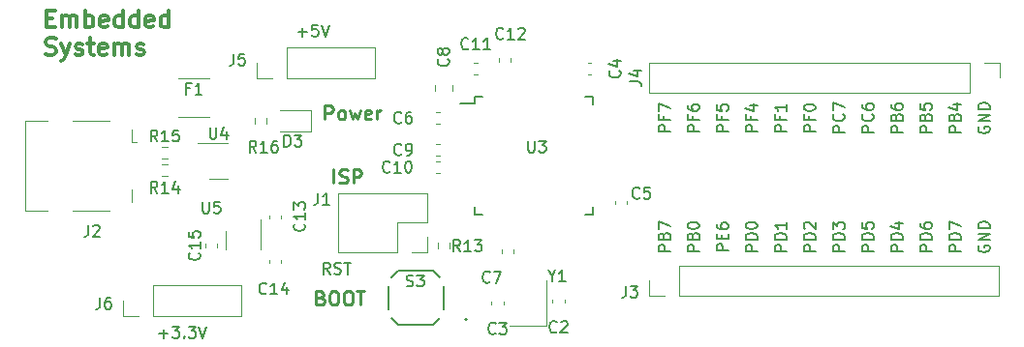
<source format=gbr>
%TF.GenerationSoftware,KiCad,Pcbnew,7.0.1*%
%TF.CreationDate,2023-04-11T01:40:26-06:00*%
%TF.ProjectId,ATMEGA_DevBoard,41544d45-4741-45f4-9465-76426f617264,rev?*%
%TF.SameCoordinates,Original*%
%TF.FileFunction,Legend,Top*%
%TF.FilePolarity,Positive*%
%FSLAX46Y46*%
G04 Gerber Fmt 4.6, Leading zero omitted, Abs format (unit mm)*
G04 Created by KiCad (PCBNEW 7.0.1) date 2023-04-11 01:40:26*
%MOMM*%
%LPD*%
G01*
G04 APERTURE LIST*
%ADD10C,0.300000*%
%ADD11C,0.150000*%
%ADD12C,0.240000*%
%ADD13C,0.120000*%
%ADD14C,0.127000*%
%ADD15C,0.200000*%
G04 APERTURE END LIST*
D10*
X82145142Y-81690714D02*
X82645142Y-81690714D01*
X82859428Y-82476428D02*
X82145142Y-82476428D01*
X82145142Y-82476428D02*
X82145142Y-80976428D01*
X82145142Y-80976428D02*
X82859428Y-80976428D01*
X83502285Y-82476428D02*
X83502285Y-81476428D01*
X83502285Y-81619285D02*
X83573714Y-81547857D01*
X83573714Y-81547857D02*
X83716571Y-81476428D01*
X83716571Y-81476428D02*
X83930857Y-81476428D01*
X83930857Y-81476428D02*
X84073714Y-81547857D01*
X84073714Y-81547857D02*
X84145143Y-81690714D01*
X84145143Y-81690714D02*
X84145143Y-82476428D01*
X84145143Y-81690714D02*
X84216571Y-81547857D01*
X84216571Y-81547857D02*
X84359428Y-81476428D01*
X84359428Y-81476428D02*
X84573714Y-81476428D01*
X84573714Y-81476428D02*
X84716571Y-81547857D01*
X84716571Y-81547857D02*
X84788000Y-81690714D01*
X84788000Y-81690714D02*
X84788000Y-82476428D01*
X85502285Y-82476428D02*
X85502285Y-80976428D01*
X85502285Y-81547857D02*
X85645143Y-81476428D01*
X85645143Y-81476428D02*
X85930857Y-81476428D01*
X85930857Y-81476428D02*
X86073714Y-81547857D01*
X86073714Y-81547857D02*
X86145143Y-81619285D01*
X86145143Y-81619285D02*
X86216571Y-81762142D01*
X86216571Y-81762142D02*
X86216571Y-82190714D01*
X86216571Y-82190714D02*
X86145143Y-82333571D01*
X86145143Y-82333571D02*
X86073714Y-82405000D01*
X86073714Y-82405000D02*
X85930857Y-82476428D01*
X85930857Y-82476428D02*
X85645143Y-82476428D01*
X85645143Y-82476428D02*
X85502285Y-82405000D01*
X87430857Y-82405000D02*
X87288000Y-82476428D01*
X87288000Y-82476428D02*
X87002286Y-82476428D01*
X87002286Y-82476428D02*
X86859428Y-82405000D01*
X86859428Y-82405000D02*
X86788000Y-82262142D01*
X86788000Y-82262142D02*
X86788000Y-81690714D01*
X86788000Y-81690714D02*
X86859428Y-81547857D01*
X86859428Y-81547857D02*
X87002286Y-81476428D01*
X87002286Y-81476428D02*
X87288000Y-81476428D01*
X87288000Y-81476428D02*
X87430857Y-81547857D01*
X87430857Y-81547857D02*
X87502286Y-81690714D01*
X87502286Y-81690714D02*
X87502286Y-81833571D01*
X87502286Y-81833571D02*
X86788000Y-81976428D01*
X88788000Y-82476428D02*
X88788000Y-80976428D01*
X88788000Y-82405000D02*
X88645142Y-82476428D01*
X88645142Y-82476428D02*
X88359428Y-82476428D01*
X88359428Y-82476428D02*
X88216571Y-82405000D01*
X88216571Y-82405000D02*
X88145142Y-82333571D01*
X88145142Y-82333571D02*
X88073714Y-82190714D01*
X88073714Y-82190714D02*
X88073714Y-81762142D01*
X88073714Y-81762142D02*
X88145142Y-81619285D01*
X88145142Y-81619285D02*
X88216571Y-81547857D01*
X88216571Y-81547857D02*
X88359428Y-81476428D01*
X88359428Y-81476428D02*
X88645142Y-81476428D01*
X88645142Y-81476428D02*
X88788000Y-81547857D01*
X90145143Y-82476428D02*
X90145143Y-80976428D01*
X90145143Y-82405000D02*
X90002285Y-82476428D01*
X90002285Y-82476428D02*
X89716571Y-82476428D01*
X89716571Y-82476428D02*
X89573714Y-82405000D01*
X89573714Y-82405000D02*
X89502285Y-82333571D01*
X89502285Y-82333571D02*
X89430857Y-82190714D01*
X89430857Y-82190714D02*
X89430857Y-81762142D01*
X89430857Y-81762142D02*
X89502285Y-81619285D01*
X89502285Y-81619285D02*
X89573714Y-81547857D01*
X89573714Y-81547857D02*
X89716571Y-81476428D01*
X89716571Y-81476428D02*
X90002285Y-81476428D01*
X90002285Y-81476428D02*
X90145143Y-81547857D01*
X91430857Y-82405000D02*
X91288000Y-82476428D01*
X91288000Y-82476428D02*
X91002286Y-82476428D01*
X91002286Y-82476428D02*
X90859428Y-82405000D01*
X90859428Y-82405000D02*
X90788000Y-82262142D01*
X90788000Y-82262142D02*
X90788000Y-81690714D01*
X90788000Y-81690714D02*
X90859428Y-81547857D01*
X90859428Y-81547857D02*
X91002286Y-81476428D01*
X91002286Y-81476428D02*
X91288000Y-81476428D01*
X91288000Y-81476428D02*
X91430857Y-81547857D01*
X91430857Y-81547857D02*
X91502286Y-81690714D01*
X91502286Y-81690714D02*
X91502286Y-81833571D01*
X91502286Y-81833571D02*
X90788000Y-81976428D01*
X92788000Y-82476428D02*
X92788000Y-80976428D01*
X92788000Y-82405000D02*
X92645142Y-82476428D01*
X92645142Y-82476428D02*
X92359428Y-82476428D01*
X92359428Y-82476428D02*
X92216571Y-82405000D01*
X92216571Y-82405000D02*
X92145142Y-82333571D01*
X92145142Y-82333571D02*
X92073714Y-82190714D01*
X92073714Y-82190714D02*
X92073714Y-81762142D01*
X92073714Y-81762142D02*
X92145142Y-81619285D01*
X92145142Y-81619285D02*
X92216571Y-81547857D01*
X92216571Y-81547857D02*
X92359428Y-81476428D01*
X92359428Y-81476428D02*
X92645142Y-81476428D01*
X92645142Y-81476428D02*
X92788000Y-81547857D01*
X82073714Y-84835000D02*
X82288000Y-84906428D01*
X82288000Y-84906428D02*
X82645142Y-84906428D01*
X82645142Y-84906428D02*
X82788000Y-84835000D01*
X82788000Y-84835000D02*
X82859428Y-84763571D01*
X82859428Y-84763571D02*
X82930857Y-84620714D01*
X82930857Y-84620714D02*
X82930857Y-84477857D01*
X82930857Y-84477857D02*
X82859428Y-84335000D01*
X82859428Y-84335000D02*
X82788000Y-84263571D01*
X82788000Y-84263571D02*
X82645142Y-84192142D01*
X82645142Y-84192142D02*
X82359428Y-84120714D01*
X82359428Y-84120714D02*
X82216571Y-84049285D01*
X82216571Y-84049285D02*
X82145142Y-83977857D01*
X82145142Y-83977857D02*
X82073714Y-83835000D01*
X82073714Y-83835000D02*
X82073714Y-83692142D01*
X82073714Y-83692142D02*
X82145142Y-83549285D01*
X82145142Y-83549285D02*
X82216571Y-83477857D01*
X82216571Y-83477857D02*
X82359428Y-83406428D01*
X82359428Y-83406428D02*
X82716571Y-83406428D01*
X82716571Y-83406428D02*
X82930857Y-83477857D01*
X83430856Y-83906428D02*
X83787999Y-84906428D01*
X84145142Y-83906428D02*
X83787999Y-84906428D01*
X83787999Y-84906428D02*
X83645142Y-85263571D01*
X83645142Y-85263571D02*
X83573713Y-85335000D01*
X83573713Y-85335000D02*
X83430856Y-85406428D01*
X84645142Y-84835000D02*
X84787999Y-84906428D01*
X84787999Y-84906428D02*
X85073713Y-84906428D01*
X85073713Y-84906428D02*
X85216570Y-84835000D01*
X85216570Y-84835000D02*
X85287999Y-84692142D01*
X85287999Y-84692142D02*
X85287999Y-84620714D01*
X85287999Y-84620714D02*
X85216570Y-84477857D01*
X85216570Y-84477857D02*
X85073713Y-84406428D01*
X85073713Y-84406428D02*
X84859428Y-84406428D01*
X84859428Y-84406428D02*
X84716570Y-84335000D01*
X84716570Y-84335000D02*
X84645142Y-84192142D01*
X84645142Y-84192142D02*
X84645142Y-84120714D01*
X84645142Y-84120714D02*
X84716570Y-83977857D01*
X84716570Y-83977857D02*
X84859428Y-83906428D01*
X84859428Y-83906428D02*
X85073713Y-83906428D01*
X85073713Y-83906428D02*
X85216570Y-83977857D01*
X85716571Y-83906428D02*
X86287999Y-83906428D01*
X85930856Y-83406428D02*
X85930856Y-84692142D01*
X85930856Y-84692142D02*
X86002285Y-84835000D01*
X86002285Y-84835000D02*
X86145142Y-84906428D01*
X86145142Y-84906428D02*
X86287999Y-84906428D01*
X87359428Y-84835000D02*
X87216571Y-84906428D01*
X87216571Y-84906428D02*
X86930857Y-84906428D01*
X86930857Y-84906428D02*
X86787999Y-84835000D01*
X86787999Y-84835000D02*
X86716571Y-84692142D01*
X86716571Y-84692142D02*
X86716571Y-84120714D01*
X86716571Y-84120714D02*
X86787999Y-83977857D01*
X86787999Y-83977857D02*
X86930857Y-83906428D01*
X86930857Y-83906428D02*
X87216571Y-83906428D01*
X87216571Y-83906428D02*
X87359428Y-83977857D01*
X87359428Y-83977857D02*
X87430857Y-84120714D01*
X87430857Y-84120714D02*
X87430857Y-84263571D01*
X87430857Y-84263571D02*
X86716571Y-84406428D01*
X88073713Y-84906428D02*
X88073713Y-83906428D01*
X88073713Y-84049285D02*
X88145142Y-83977857D01*
X88145142Y-83977857D02*
X88287999Y-83906428D01*
X88287999Y-83906428D02*
X88502285Y-83906428D01*
X88502285Y-83906428D02*
X88645142Y-83977857D01*
X88645142Y-83977857D02*
X88716571Y-84120714D01*
X88716571Y-84120714D02*
X88716571Y-84906428D01*
X88716571Y-84120714D02*
X88787999Y-83977857D01*
X88787999Y-83977857D02*
X88930856Y-83906428D01*
X88930856Y-83906428D02*
X89145142Y-83906428D01*
X89145142Y-83906428D02*
X89287999Y-83977857D01*
X89287999Y-83977857D02*
X89359428Y-84120714D01*
X89359428Y-84120714D02*
X89359428Y-84906428D01*
X90002285Y-84835000D02*
X90145142Y-84906428D01*
X90145142Y-84906428D02*
X90430856Y-84906428D01*
X90430856Y-84906428D02*
X90573713Y-84835000D01*
X90573713Y-84835000D02*
X90645142Y-84692142D01*
X90645142Y-84692142D02*
X90645142Y-84620714D01*
X90645142Y-84620714D02*
X90573713Y-84477857D01*
X90573713Y-84477857D02*
X90430856Y-84406428D01*
X90430856Y-84406428D02*
X90216571Y-84406428D01*
X90216571Y-84406428D02*
X90073713Y-84335000D01*
X90073713Y-84335000D02*
X90002285Y-84192142D01*
X90002285Y-84192142D02*
X90002285Y-84120714D01*
X90002285Y-84120714D02*
X90073713Y-83977857D01*
X90073713Y-83977857D02*
X90216571Y-83906428D01*
X90216571Y-83906428D02*
X90430856Y-83906428D01*
X90430856Y-83906428D02*
X90573713Y-83977857D01*
D11*
X144226619Y-102076094D02*
X143226619Y-102076094D01*
X143226619Y-102076094D02*
X143226619Y-101695142D01*
X143226619Y-101695142D02*
X143274238Y-101599904D01*
X143274238Y-101599904D02*
X143321857Y-101552285D01*
X143321857Y-101552285D02*
X143417095Y-101504666D01*
X143417095Y-101504666D02*
X143559952Y-101504666D01*
X143559952Y-101504666D02*
X143655190Y-101552285D01*
X143655190Y-101552285D02*
X143702809Y-101599904D01*
X143702809Y-101599904D02*
X143750428Y-101695142D01*
X143750428Y-101695142D02*
X143750428Y-102076094D01*
X144226619Y-101076094D02*
X143226619Y-101076094D01*
X143226619Y-101076094D02*
X143226619Y-100837999D01*
X143226619Y-100837999D02*
X143274238Y-100695142D01*
X143274238Y-100695142D02*
X143369476Y-100599904D01*
X143369476Y-100599904D02*
X143464714Y-100552285D01*
X143464714Y-100552285D02*
X143655190Y-100504666D01*
X143655190Y-100504666D02*
X143798047Y-100504666D01*
X143798047Y-100504666D02*
X143988523Y-100552285D01*
X143988523Y-100552285D02*
X144083761Y-100599904D01*
X144083761Y-100599904D02*
X144179000Y-100695142D01*
X144179000Y-100695142D02*
X144226619Y-100837999D01*
X144226619Y-100837999D02*
X144226619Y-101076094D01*
X143226619Y-99885618D02*
X143226619Y-99790380D01*
X143226619Y-99790380D02*
X143274238Y-99695142D01*
X143274238Y-99695142D02*
X143321857Y-99647523D01*
X143321857Y-99647523D02*
X143417095Y-99599904D01*
X143417095Y-99599904D02*
X143607571Y-99552285D01*
X143607571Y-99552285D02*
X143845666Y-99552285D01*
X143845666Y-99552285D02*
X144036142Y-99599904D01*
X144036142Y-99599904D02*
X144131380Y-99647523D01*
X144131380Y-99647523D02*
X144179000Y-99695142D01*
X144179000Y-99695142D02*
X144226619Y-99790380D01*
X144226619Y-99790380D02*
X144226619Y-99885618D01*
X144226619Y-99885618D02*
X144179000Y-99980856D01*
X144179000Y-99980856D02*
X144131380Y-100028475D01*
X144131380Y-100028475D02*
X144036142Y-100076094D01*
X144036142Y-100076094D02*
X143845666Y-100123713D01*
X143845666Y-100123713D02*
X143607571Y-100123713D01*
X143607571Y-100123713D02*
X143417095Y-100076094D01*
X143417095Y-100076094D02*
X143321857Y-100028475D01*
X143321857Y-100028475D02*
X143274238Y-99980856D01*
X143274238Y-99980856D02*
X143226619Y-99885618D01*
X149306619Y-102076094D02*
X148306619Y-102076094D01*
X148306619Y-102076094D02*
X148306619Y-101695142D01*
X148306619Y-101695142D02*
X148354238Y-101599904D01*
X148354238Y-101599904D02*
X148401857Y-101552285D01*
X148401857Y-101552285D02*
X148497095Y-101504666D01*
X148497095Y-101504666D02*
X148639952Y-101504666D01*
X148639952Y-101504666D02*
X148735190Y-101552285D01*
X148735190Y-101552285D02*
X148782809Y-101599904D01*
X148782809Y-101599904D02*
X148830428Y-101695142D01*
X148830428Y-101695142D02*
X148830428Y-102076094D01*
X149306619Y-101076094D02*
X148306619Y-101076094D01*
X148306619Y-101076094D02*
X148306619Y-100837999D01*
X148306619Y-100837999D02*
X148354238Y-100695142D01*
X148354238Y-100695142D02*
X148449476Y-100599904D01*
X148449476Y-100599904D02*
X148544714Y-100552285D01*
X148544714Y-100552285D02*
X148735190Y-100504666D01*
X148735190Y-100504666D02*
X148878047Y-100504666D01*
X148878047Y-100504666D02*
X149068523Y-100552285D01*
X149068523Y-100552285D02*
X149163761Y-100599904D01*
X149163761Y-100599904D02*
X149259000Y-100695142D01*
X149259000Y-100695142D02*
X149306619Y-100837999D01*
X149306619Y-100837999D02*
X149306619Y-101076094D01*
X148401857Y-100123713D02*
X148354238Y-100076094D01*
X148354238Y-100076094D02*
X148306619Y-99980856D01*
X148306619Y-99980856D02*
X148306619Y-99742761D01*
X148306619Y-99742761D02*
X148354238Y-99647523D01*
X148354238Y-99647523D02*
X148401857Y-99599904D01*
X148401857Y-99599904D02*
X148497095Y-99552285D01*
X148497095Y-99552285D02*
X148592333Y-99552285D01*
X148592333Y-99552285D02*
X148735190Y-99599904D01*
X148735190Y-99599904D02*
X149306619Y-100171332D01*
X149306619Y-100171332D02*
X149306619Y-99552285D01*
X136606619Y-102076094D02*
X135606619Y-102076094D01*
X135606619Y-102076094D02*
X135606619Y-101695142D01*
X135606619Y-101695142D02*
X135654238Y-101599904D01*
X135654238Y-101599904D02*
X135701857Y-101552285D01*
X135701857Y-101552285D02*
X135797095Y-101504666D01*
X135797095Y-101504666D02*
X135939952Y-101504666D01*
X135939952Y-101504666D02*
X136035190Y-101552285D01*
X136035190Y-101552285D02*
X136082809Y-101599904D01*
X136082809Y-101599904D02*
X136130428Y-101695142D01*
X136130428Y-101695142D02*
X136130428Y-102076094D01*
X136082809Y-100742761D02*
X136130428Y-100599904D01*
X136130428Y-100599904D02*
X136178047Y-100552285D01*
X136178047Y-100552285D02*
X136273285Y-100504666D01*
X136273285Y-100504666D02*
X136416142Y-100504666D01*
X136416142Y-100504666D02*
X136511380Y-100552285D01*
X136511380Y-100552285D02*
X136559000Y-100599904D01*
X136559000Y-100599904D02*
X136606619Y-100695142D01*
X136606619Y-100695142D02*
X136606619Y-101076094D01*
X136606619Y-101076094D02*
X135606619Y-101076094D01*
X135606619Y-101076094D02*
X135606619Y-100742761D01*
X135606619Y-100742761D02*
X135654238Y-100647523D01*
X135654238Y-100647523D02*
X135701857Y-100599904D01*
X135701857Y-100599904D02*
X135797095Y-100552285D01*
X135797095Y-100552285D02*
X135892333Y-100552285D01*
X135892333Y-100552285D02*
X135987571Y-100599904D01*
X135987571Y-100599904D02*
X136035190Y-100647523D01*
X136035190Y-100647523D02*
X136082809Y-100742761D01*
X136082809Y-100742761D02*
X136082809Y-101076094D01*
X135606619Y-100171332D02*
X135606619Y-99504666D01*
X135606619Y-99504666D02*
X136606619Y-99933237D01*
X146766619Y-102076094D02*
X145766619Y-102076094D01*
X145766619Y-102076094D02*
X145766619Y-101695142D01*
X145766619Y-101695142D02*
X145814238Y-101599904D01*
X145814238Y-101599904D02*
X145861857Y-101552285D01*
X145861857Y-101552285D02*
X145957095Y-101504666D01*
X145957095Y-101504666D02*
X146099952Y-101504666D01*
X146099952Y-101504666D02*
X146195190Y-101552285D01*
X146195190Y-101552285D02*
X146242809Y-101599904D01*
X146242809Y-101599904D02*
X146290428Y-101695142D01*
X146290428Y-101695142D02*
X146290428Y-102076094D01*
X146766619Y-101076094D02*
X145766619Y-101076094D01*
X145766619Y-101076094D02*
X145766619Y-100837999D01*
X145766619Y-100837999D02*
X145814238Y-100695142D01*
X145814238Y-100695142D02*
X145909476Y-100599904D01*
X145909476Y-100599904D02*
X146004714Y-100552285D01*
X146004714Y-100552285D02*
X146195190Y-100504666D01*
X146195190Y-100504666D02*
X146338047Y-100504666D01*
X146338047Y-100504666D02*
X146528523Y-100552285D01*
X146528523Y-100552285D02*
X146623761Y-100599904D01*
X146623761Y-100599904D02*
X146719000Y-100695142D01*
X146719000Y-100695142D02*
X146766619Y-100837999D01*
X146766619Y-100837999D02*
X146766619Y-101076094D01*
X146766619Y-99552285D02*
X146766619Y-100123713D01*
X146766619Y-99837999D02*
X145766619Y-99837999D01*
X145766619Y-99837999D02*
X145909476Y-99933237D01*
X145909476Y-99933237D02*
X146004714Y-100028475D01*
X146004714Y-100028475D02*
X146052333Y-100123713D01*
X151846619Y-102076094D02*
X150846619Y-102076094D01*
X150846619Y-102076094D02*
X150846619Y-101695142D01*
X150846619Y-101695142D02*
X150894238Y-101599904D01*
X150894238Y-101599904D02*
X150941857Y-101552285D01*
X150941857Y-101552285D02*
X151037095Y-101504666D01*
X151037095Y-101504666D02*
X151179952Y-101504666D01*
X151179952Y-101504666D02*
X151275190Y-101552285D01*
X151275190Y-101552285D02*
X151322809Y-101599904D01*
X151322809Y-101599904D02*
X151370428Y-101695142D01*
X151370428Y-101695142D02*
X151370428Y-102076094D01*
X151846619Y-101076094D02*
X150846619Y-101076094D01*
X150846619Y-101076094D02*
X150846619Y-100837999D01*
X150846619Y-100837999D02*
X150894238Y-100695142D01*
X150894238Y-100695142D02*
X150989476Y-100599904D01*
X150989476Y-100599904D02*
X151084714Y-100552285D01*
X151084714Y-100552285D02*
X151275190Y-100504666D01*
X151275190Y-100504666D02*
X151418047Y-100504666D01*
X151418047Y-100504666D02*
X151608523Y-100552285D01*
X151608523Y-100552285D02*
X151703761Y-100599904D01*
X151703761Y-100599904D02*
X151799000Y-100695142D01*
X151799000Y-100695142D02*
X151846619Y-100837999D01*
X151846619Y-100837999D02*
X151846619Y-101076094D01*
X150846619Y-100171332D02*
X150846619Y-99552285D01*
X150846619Y-99552285D02*
X151227571Y-99885618D01*
X151227571Y-99885618D02*
X151227571Y-99742761D01*
X151227571Y-99742761D02*
X151275190Y-99647523D01*
X151275190Y-99647523D02*
X151322809Y-99599904D01*
X151322809Y-99599904D02*
X151418047Y-99552285D01*
X151418047Y-99552285D02*
X151656142Y-99552285D01*
X151656142Y-99552285D02*
X151751380Y-99599904D01*
X151751380Y-99599904D02*
X151799000Y-99647523D01*
X151799000Y-99647523D02*
X151846619Y-99742761D01*
X151846619Y-99742761D02*
X151846619Y-100028475D01*
X151846619Y-100028475D02*
X151799000Y-100123713D01*
X151799000Y-100123713D02*
X151751380Y-100171332D01*
X139146619Y-102076094D02*
X138146619Y-102076094D01*
X138146619Y-102076094D02*
X138146619Y-101695142D01*
X138146619Y-101695142D02*
X138194238Y-101599904D01*
X138194238Y-101599904D02*
X138241857Y-101552285D01*
X138241857Y-101552285D02*
X138337095Y-101504666D01*
X138337095Y-101504666D02*
X138479952Y-101504666D01*
X138479952Y-101504666D02*
X138575190Y-101552285D01*
X138575190Y-101552285D02*
X138622809Y-101599904D01*
X138622809Y-101599904D02*
X138670428Y-101695142D01*
X138670428Y-101695142D02*
X138670428Y-102076094D01*
X138622809Y-100742761D02*
X138670428Y-100599904D01*
X138670428Y-100599904D02*
X138718047Y-100552285D01*
X138718047Y-100552285D02*
X138813285Y-100504666D01*
X138813285Y-100504666D02*
X138956142Y-100504666D01*
X138956142Y-100504666D02*
X139051380Y-100552285D01*
X139051380Y-100552285D02*
X139099000Y-100599904D01*
X139099000Y-100599904D02*
X139146619Y-100695142D01*
X139146619Y-100695142D02*
X139146619Y-101076094D01*
X139146619Y-101076094D02*
X138146619Y-101076094D01*
X138146619Y-101076094D02*
X138146619Y-100742761D01*
X138146619Y-100742761D02*
X138194238Y-100647523D01*
X138194238Y-100647523D02*
X138241857Y-100599904D01*
X138241857Y-100599904D02*
X138337095Y-100552285D01*
X138337095Y-100552285D02*
X138432333Y-100552285D01*
X138432333Y-100552285D02*
X138527571Y-100599904D01*
X138527571Y-100599904D02*
X138575190Y-100647523D01*
X138575190Y-100647523D02*
X138622809Y-100742761D01*
X138622809Y-100742761D02*
X138622809Y-101076094D01*
X138146619Y-99885618D02*
X138146619Y-99790380D01*
X138146619Y-99790380D02*
X138194238Y-99695142D01*
X138194238Y-99695142D02*
X138241857Y-99647523D01*
X138241857Y-99647523D02*
X138337095Y-99599904D01*
X138337095Y-99599904D02*
X138527571Y-99552285D01*
X138527571Y-99552285D02*
X138765666Y-99552285D01*
X138765666Y-99552285D02*
X138956142Y-99599904D01*
X138956142Y-99599904D02*
X139051380Y-99647523D01*
X139051380Y-99647523D02*
X139099000Y-99695142D01*
X139099000Y-99695142D02*
X139146619Y-99790380D01*
X139146619Y-99790380D02*
X139146619Y-99885618D01*
X139146619Y-99885618D02*
X139099000Y-99980856D01*
X139099000Y-99980856D02*
X139051380Y-100028475D01*
X139051380Y-100028475D02*
X138956142Y-100076094D01*
X138956142Y-100076094D02*
X138765666Y-100123713D01*
X138765666Y-100123713D02*
X138527571Y-100123713D01*
X138527571Y-100123713D02*
X138337095Y-100076094D01*
X138337095Y-100076094D02*
X138241857Y-100028475D01*
X138241857Y-100028475D02*
X138194238Y-99980856D01*
X138194238Y-99980856D02*
X138146619Y-99885618D01*
X141686619Y-102028475D02*
X140686619Y-102028475D01*
X140686619Y-102028475D02*
X140686619Y-101647523D01*
X140686619Y-101647523D02*
X140734238Y-101552285D01*
X140734238Y-101552285D02*
X140781857Y-101504666D01*
X140781857Y-101504666D02*
X140877095Y-101457047D01*
X140877095Y-101457047D02*
X141019952Y-101457047D01*
X141019952Y-101457047D02*
X141115190Y-101504666D01*
X141115190Y-101504666D02*
X141162809Y-101552285D01*
X141162809Y-101552285D02*
X141210428Y-101647523D01*
X141210428Y-101647523D02*
X141210428Y-102028475D01*
X141162809Y-101028475D02*
X141162809Y-100695142D01*
X141686619Y-100552285D02*
X141686619Y-101028475D01*
X141686619Y-101028475D02*
X140686619Y-101028475D01*
X140686619Y-101028475D02*
X140686619Y-100552285D01*
X140686619Y-99695142D02*
X140686619Y-99885618D01*
X140686619Y-99885618D02*
X140734238Y-99980856D01*
X140734238Y-99980856D02*
X140781857Y-100028475D01*
X140781857Y-100028475D02*
X140924714Y-100123713D01*
X140924714Y-100123713D02*
X141115190Y-100171332D01*
X141115190Y-100171332D02*
X141496142Y-100171332D01*
X141496142Y-100171332D02*
X141591380Y-100123713D01*
X141591380Y-100123713D02*
X141639000Y-100076094D01*
X141639000Y-100076094D02*
X141686619Y-99980856D01*
X141686619Y-99980856D02*
X141686619Y-99790380D01*
X141686619Y-99790380D02*
X141639000Y-99695142D01*
X141639000Y-99695142D02*
X141591380Y-99647523D01*
X141591380Y-99647523D02*
X141496142Y-99599904D01*
X141496142Y-99599904D02*
X141258047Y-99599904D01*
X141258047Y-99599904D02*
X141162809Y-99647523D01*
X141162809Y-99647523D02*
X141115190Y-99695142D01*
X141115190Y-99695142D02*
X141067571Y-99790380D01*
X141067571Y-99790380D02*
X141067571Y-99980856D01*
X141067571Y-99980856D02*
X141115190Y-100076094D01*
X141115190Y-100076094D02*
X141162809Y-100123713D01*
X141162809Y-100123713D02*
X141258047Y-100171332D01*
X154386619Y-102076094D02*
X153386619Y-102076094D01*
X153386619Y-102076094D02*
X153386619Y-101695142D01*
X153386619Y-101695142D02*
X153434238Y-101599904D01*
X153434238Y-101599904D02*
X153481857Y-101552285D01*
X153481857Y-101552285D02*
X153577095Y-101504666D01*
X153577095Y-101504666D02*
X153719952Y-101504666D01*
X153719952Y-101504666D02*
X153815190Y-101552285D01*
X153815190Y-101552285D02*
X153862809Y-101599904D01*
X153862809Y-101599904D02*
X153910428Y-101695142D01*
X153910428Y-101695142D02*
X153910428Y-102076094D01*
X154386619Y-101076094D02*
X153386619Y-101076094D01*
X153386619Y-101076094D02*
X153386619Y-100837999D01*
X153386619Y-100837999D02*
X153434238Y-100695142D01*
X153434238Y-100695142D02*
X153529476Y-100599904D01*
X153529476Y-100599904D02*
X153624714Y-100552285D01*
X153624714Y-100552285D02*
X153815190Y-100504666D01*
X153815190Y-100504666D02*
X153958047Y-100504666D01*
X153958047Y-100504666D02*
X154148523Y-100552285D01*
X154148523Y-100552285D02*
X154243761Y-100599904D01*
X154243761Y-100599904D02*
X154339000Y-100695142D01*
X154339000Y-100695142D02*
X154386619Y-100837999D01*
X154386619Y-100837999D02*
X154386619Y-101076094D01*
X153386619Y-99599904D02*
X153386619Y-100076094D01*
X153386619Y-100076094D02*
X153862809Y-100123713D01*
X153862809Y-100123713D02*
X153815190Y-100076094D01*
X153815190Y-100076094D02*
X153767571Y-99980856D01*
X153767571Y-99980856D02*
X153767571Y-99742761D01*
X153767571Y-99742761D02*
X153815190Y-99647523D01*
X153815190Y-99647523D02*
X153862809Y-99599904D01*
X153862809Y-99599904D02*
X153958047Y-99552285D01*
X153958047Y-99552285D02*
X154196142Y-99552285D01*
X154196142Y-99552285D02*
X154291380Y-99599904D01*
X154291380Y-99599904D02*
X154339000Y-99647523D01*
X154339000Y-99647523D02*
X154386619Y-99742761D01*
X154386619Y-99742761D02*
X154386619Y-99980856D01*
X154386619Y-99980856D02*
X154339000Y-100076094D01*
X154339000Y-100076094D02*
X154291380Y-100123713D01*
X156926619Y-102076094D02*
X155926619Y-102076094D01*
X155926619Y-102076094D02*
X155926619Y-101695142D01*
X155926619Y-101695142D02*
X155974238Y-101599904D01*
X155974238Y-101599904D02*
X156021857Y-101552285D01*
X156021857Y-101552285D02*
X156117095Y-101504666D01*
X156117095Y-101504666D02*
X156259952Y-101504666D01*
X156259952Y-101504666D02*
X156355190Y-101552285D01*
X156355190Y-101552285D02*
X156402809Y-101599904D01*
X156402809Y-101599904D02*
X156450428Y-101695142D01*
X156450428Y-101695142D02*
X156450428Y-102076094D01*
X156926619Y-101076094D02*
X155926619Y-101076094D01*
X155926619Y-101076094D02*
X155926619Y-100837999D01*
X155926619Y-100837999D02*
X155974238Y-100695142D01*
X155974238Y-100695142D02*
X156069476Y-100599904D01*
X156069476Y-100599904D02*
X156164714Y-100552285D01*
X156164714Y-100552285D02*
X156355190Y-100504666D01*
X156355190Y-100504666D02*
X156498047Y-100504666D01*
X156498047Y-100504666D02*
X156688523Y-100552285D01*
X156688523Y-100552285D02*
X156783761Y-100599904D01*
X156783761Y-100599904D02*
X156879000Y-100695142D01*
X156879000Y-100695142D02*
X156926619Y-100837999D01*
X156926619Y-100837999D02*
X156926619Y-101076094D01*
X156259952Y-99647523D02*
X156926619Y-99647523D01*
X155879000Y-99885618D02*
X156593285Y-100123713D01*
X156593285Y-100123713D02*
X156593285Y-99504666D01*
X162006619Y-102076094D02*
X161006619Y-102076094D01*
X161006619Y-102076094D02*
X161006619Y-101695142D01*
X161006619Y-101695142D02*
X161054238Y-101599904D01*
X161054238Y-101599904D02*
X161101857Y-101552285D01*
X161101857Y-101552285D02*
X161197095Y-101504666D01*
X161197095Y-101504666D02*
X161339952Y-101504666D01*
X161339952Y-101504666D02*
X161435190Y-101552285D01*
X161435190Y-101552285D02*
X161482809Y-101599904D01*
X161482809Y-101599904D02*
X161530428Y-101695142D01*
X161530428Y-101695142D02*
X161530428Y-102076094D01*
X162006619Y-101076094D02*
X161006619Y-101076094D01*
X161006619Y-101076094D02*
X161006619Y-100837999D01*
X161006619Y-100837999D02*
X161054238Y-100695142D01*
X161054238Y-100695142D02*
X161149476Y-100599904D01*
X161149476Y-100599904D02*
X161244714Y-100552285D01*
X161244714Y-100552285D02*
X161435190Y-100504666D01*
X161435190Y-100504666D02*
X161578047Y-100504666D01*
X161578047Y-100504666D02*
X161768523Y-100552285D01*
X161768523Y-100552285D02*
X161863761Y-100599904D01*
X161863761Y-100599904D02*
X161959000Y-100695142D01*
X161959000Y-100695142D02*
X162006619Y-100837999D01*
X162006619Y-100837999D02*
X162006619Y-101076094D01*
X161006619Y-100171332D02*
X161006619Y-99504666D01*
X161006619Y-99504666D02*
X162006619Y-99933237D01*
X159466619Y-102076094D02*
X158466619Y-102076094D01*
X158466619Y-102076094D02*
X158466619Y-101695142D01*
X158466619Y-101695142D02*
X158514238Y-101599904D01*
X158514238Y-101599904D02*
X158561857Y-101552285D01*
X158561857Y-101552285D02*
X158657095Y-101504666D01*
X158657095Y-101504666D02*
X158799952Y-101504666D01*
X158799952Y-101504666D02*
X158895190Y-101552285D01*
X158895190Y-101552285D02*
X158942809Y-101599904D01*
X158942809Y-101599904D02*
X158990428Y-101695142D01*
X158990428Y-101695142D02*
X158990428Y-102076094D01*
X159466619Y-101076094D02*
X158466619Y-101076094D01*
X158466619Y-101076094D02*
X158466619Y-100837999D01*
X158466619Y-100837999D02*
X158514238Y-100695142D01*
X158514238Y-100695142D02*
X158609476Y-100599904D01*
X158609476Y-100599904D02*
X158704714Y-100552285D01*
X158704714Y-100552285D02*
X158895190Y-100504666D01*
X158895190Y-100504666D02*
X159038047Y-100504666D01*
X159038047Y-100504666D02*
X159228523Y-100552285D01*
X159228523Y-100552285D02*
X159323761Y-100599904D01*
X159323761Y-100599904D02*
X159419000Y-100695142D01*
X159419000Y-100695142D02*
X159466619Y-100837999D01*
X159466619Y-100837999D02*
X159466619Y-101076094D01*
X158466619Y-99647523D02*
X158466619Y-99837999D01*
X158466619Y-99837999D02*
X158514238Y-99933237D01*
X158514238Y-99933237D02*
X158561857Y-99980856D01*
X158561857Y-99980856D02*
X158704714Y-100076094D01*
X158704714Y-100076094D02*
X158895190Y-100123713D01*
X158895190Y-100123713D02*
X159276142Y-100123713D01*
X159276142Y-100123713D02*
X159371380Y-100076094D01*
X159371380Y-100076094D02*
X159419000Y-100028475D01*
X159419000Y-100028475D02*
X159466619Y-99933237D01*
X159466619Y-99933237D02*
X159466619Y-99742761D01*
X159466619Y-99742761D02*
X159419000Y-99647523D01*
X159419000Y-99647523D02*
X159371380Y-99599904D01*
X159371380Y-99599904D02*
X159276142Y-99552285D01*
X159276142Y-99552285D02*
X159038047Y-99552285D01*
X159038047Y-99552285D02*
X158942809Y-99599904D01*
X158942809Y-99599904D02*
X158895190Y-99647523D01*
X158895190Y-99647523D02*
X158847571Y-99742761D01*
X158847571Y-99742761D02*
X158847571Y-99933237D01*
X158847571Y-99933237D02*
X158895190Y-100028475D01*
X158895190Y-100028475D02*
X158942809Y-100076094D01*
X158942809Y-100076094D02*
X159038047Y-100123713D01*
X163594238Y-101599904D02*
X163546619Y-101695142D01*
X163546619Y-101695142D02*
X163546619Y-101837999D01*
X163546619Y-101837999D02*
X163594238Y-101980856D01*
X163594238Y-101980856D02*
X163689476Y-102076094D01*
X163689476Y-102076094D02*
X163784714Y-102123713D01*
X163784714Y-102123713D02*
X163975190Y-102171332D01*
X163975190Y-102171332D02*
X164118047Y-102171332D01*
X164118047Y-102171332D02*
X164308523Y-102123713D01*
X164308523Y-102123713D02*
X164403761Y-102076094D01*
X164403761Y-102076094D02*
X164499000Y-101980856D01*
X164499000Y-101980856D02*
X164546619Y-101837999D01*
X164546619Y-101837999D02*
X164546619Y-101742761D01*
X164546619Y-101742761D02*
X164499000Y-101599904D01*
X164499000Y-101599904D02*
X164451380Y-101552285D01*
X164451380Y-101552285D02*
X164118047Y-101552285D01*
X164118047Y-101552285D02*
X164118047Y-101742761D01*
X164546619Y-101123713D02*
X163546619Y-101123713D01*
X163546619Y-101123713D02*
X164546619Y-100552285D01*
X164546619Y-100552285D02*
X163546619Y-100552285D01*
X164546619Y-100076094D02*
X163546619Y-100076094D01*
X163546619Y-100076094D02*
X163546619Y-99837999D01*
X163546619Y-99837999D02*
X163594238Y-99695142D01*
X163594238Y-99695142D02*
X163689476Y-99599904D01*
X163689476Y-99599904D02*
X163784714Y-99552285D01*
X163784714Y-99552285D02*
X163975190Y-99504666D01*
X163975190Y-99504666D02*
X164118047Y-99504666D01*
X164118047Y-99504666D02*
X164308523Y-99552285D01*
X164308523Y-99552285D02*
X164403761Y-99599904D01*
X164403761Y-99599904D02*
X164499000Y-99695142D01*
X164499000Y-99695142D02*
X164546619Y-99837999D01*
X164546619Y-99837999D02*
X164546619Y-100076094D01*
X136606619Y-91590666D02*
X135606619Y-91590666D01*
X135606619Y-91590666D02*
X135606619Y-91209714D01*
X135606619Y-91209714D02*
X135654238Y-91114476D01*
X135654238Y-91114476D02*
X135701857Y-91066857D01*
X135701857Y-91066857D02*
X135797095Y-91019238D01*
X135797095Y-91019238D02*
X135939952Y-91019238D01*
X135939952Y-91019238D02*
X136035190Y-91066857D01*
X136035190Y-91066857D02*
X136082809Y-91114476D01*
X136082809Y-91114476D02*
X136130428Y-91209714D01*
X136130428Y-91209714D02*
X136130428Y-91590666D01*
X136082809Y-90257333D02*
X136082809Y-90590666D01*
X136606619Y-90590666D02*
X135606619Y-90590666D01*
X135606619Y-90590666D02*
X135606619Y-90114476D01*
X135606619Y-89828761D02*
X135606619Y-89162095D01*
X135606619Y-89162095D02*
X136606619Y-89590666D01*
X141686619Y-91590666D02*
X140686619Y-91590666D01*
X140686619Y-91590666D02*
X140686619Y-91209714D01*
X140686619Y-91209714D02*
X140734238Y-91114476D01*
X140734238Y-91114476D02*
X140781857Y-91066857D01*
X140781857Y-91066857D02*
X140877095Y-91019238D01*
X140877095Y-91019238D02*
X141019952Y-91019238D01*
X141019952Y-91019238D02*
X141115190Y-91066857D01*
X141115190Y-91066857D02*
X141162809Y-91114476D01*
X141162809Y-91114476D02*
X141210428Y-91209714D01*
X141210428Y-91209714D02*
X141210428Y-91590666D01*
X141162809Y-90257333D02*
X141162809Y-90590666D01*
X141686619Y-90590666D02*
X140686619Y-90590666D01*
X140686619Y-90590666D02*
X140686619Y-90114476D01*
X140686619Y-89257333D02*
X140686619Y-89733523D01*
X140686619Y-89733523D02*
X141162809Y-89781142D01*
X141162809Y-89781142D02*
X141115190Y-89733523D01*
X141115190Y-89733523D02*
X141067571Y-89638285D01*
X141067571Y-89638285D02*
X141067571Y-89400190D01*
X141067571Y-89400190D02*
X141115190Y-89304952D01*
X141115190Y-89304952D02*
X141162809Y-89257333D01*
X141162809Y-89257333D02*
X141258047Y-89209714D01*
X141258047Y-89209714D02*
X141496142Y-89209714D01*
X141496142Y-89209714D02*
X141591380Y-89257333D01*
X141591380Y-89257333D02*
X141639000Y-89304952D01*
X141639000Y-89304952D02*
X141686619Y-89400190D01*
X141686619Y-89400190D02*
X141686619Y-89638285D01*
X141686619Y-89638285D02*
X141639000Y-89733523D01*
X141639000Y-89733523D02*
X141591380Y-89781142D01*
X139146619Y-91590666D02*
X138146619Y-91590666D01*
X138146619Y-91590666D02*
X138146619Y-91209714D01*
X138146619Y-91209714D02*
X138194238Y-91114476D01*
X138194238Y-91114476D02*
X138241857Y-91066857D01*
X138241857Y-91066857D02*
X138337095Y-91019238D01*
X138337095Y-91019238D02*
X138479952Y-91019238D01*
X138479952Y-91019238D02*
X138575190Y-91066857D01*
X138575190Y-91066857D02*
X138622809Y-91114476D01*
X138622809Y-91114476D02*
X138670428Y-91209714D01*
X138670428Y-91209714D02*
X138670428Y-91590666D01*
X138622809Y-90257333D02*
X138622809Y-90590666D01*
X139146619Y-90590666D02*
X138146619Y-90590666D01*
X138146619Y-90590666D02*
X138146619Y-90114476D01*
X138146619Y-89304952D02*
X138146619Y-89495428D01*
X138146619Y-89495428D02*
X138194238Y-89590666D01*
X138194238Y-89590666D02*
X138241857Y-89638285D01*
X138241857Y-89638285D02*
X138384714Y-89733523D01*
X138384714Y-89733523D02*
X138575190Y-89781142D01*
X138575190Y-89781142D02*
X138956142Y-89781142D01*
X138956142Y-89781142D02*
X139051380Y-89733523D01*
X139051380Y-89733523D02*
X139099000Y-89685904D01*
X139099000Y-89685904D02*
X139146619Y-89590666D01*
X139146619Y-89590666D02*
X139146619Y-89400190D01*
X139146619Y-89400190D02*
X139099000Y-89304952D01*
X139099000Y-89304952D02*
X139051380Y-89257333D01*
X139051380Y-89257333D02*
X138956142Y-89209714D01*
X138956142Y-89209714D02*
X138718047Y-89209714D01*
X138718047Y-89209714D02*
X138622809Y-89257333D01*
X138622809Y-89257333D02*
X138575190Y-89304952D01*
X138575190Y-89304952D02*
X138527571Y-89400190D01*
X138527571Y-89400190D02*
X138527571Y-89590666D01*
X138527571Y-89590666D02*
X138575190Y-89685904D01*
X138575190Y-89685904D02*
X138622809Y-89733523D01*
X138622809Y-89733523D02*
X138718047Y-89781142D01*
X146766619Y-91590666D02*
X145766619Y-91590666D01*
X145766619Y-91590666D02*
X145766619Y-91209714D01*
X145766619Y-91209714D02*
X145814238Y-91114476D01*
X145814238Y-91114476D02*
X145861857Y-91066857D01*
X145861857Y-91066857D02*
X145957095Y-91019238D01*
X145957095Y-91019238D02*
X146099952Y-91019238D01*
X146099952Y-91019238D02*
X146195190Y-91066857D01*
X146195190Y-91066857D02*
X146242809Y-91114476D01*
X146242809Y-91114476D02*
X146290428Y-91209714D01*
X146290428Y-91209714D02*
X146290428Y-91590666D01*
X146242809Y-90257333D02*
X146242809Y-90590666D01*
X146766619Y-90590666D02*
X145766619Y-90590666D01*
X145766619Y-90590666D02*
X145766619Y-90114476D01*
X146766619Y-89209714D02*
X146766619Y-89781142D01*
X146766619Y-89495428D02*
X145766619Y-89495428D01*
X145766619Y-89495428D02*
X145909476Y-89590666D01*
X145909476Y-89590666D02*
X146004714Y-89685904D01*
X146004714Y-89685904D02*
X146052333Y-89781142D01*
X144226619Y-91590666D02*
X143226619Y-91590666D01*
X143226619Y-91590666D02*
X143226619Y-91209714D01*
X143226619Y-91209714D02*
X143274238Y-91114476D01*
X143274238Y-91114476D02*
X143321857Y-91066857D01*
X143321857Y-91066857D02*
X143417095Y-91019238D01*
X143417095Y-91019238D02*
X143559952Y-91019238D01*
X143559952Y-91019238D02*
X143655190Y-91066857D01*
X143655190Y-91066857D02*
X143702809Y-91114476D01*
X143702809Y-91114476D02*
X143750428Y-91209714D01*
X143750428Y-91209714D02*
X143750428Y-91590666D01*
X143702809Y-90257333D02*
X143702809Y-90590666D01*
X144226619Y-90590666D02*
X143226619Y-90590666D01*
X143226619Y-90590666D02*
X143226619Y-90114476D01*
X143559952Y-89304952D02*
X144226619Y-89304952D01*
X143179000Y-89543047D02*
X143893285Y-89781142D01*
X143893285Y-89781142D02*
X143893285Y-89162095D01*
X151846619Y-91662094D02*
X150846619Y-91662094D01*
X150846619Y-91662094D02*
X150846619Y-91281142D01*
X150846619Y-91281142D02*
X150894238Y-91185904D01*
X150894238Y-91185904D02*
X150941857Y-91138285D01*
X150941857Y-91138285D02*
X151037095Y-91090666D01*
X151037095Y-91090666D02*
X151179952Y-91090666D01*
X151179952Y-91090666D02*
X151275190Y-91138285D01*
X151275190Y-91138285D02*
X151322809Y-91185904D01*
X151322809Y-91185904D02*
X151370428Y-91281142D01*
X151370428Y-91281142D02*
X151370428Y-91662094D01*
X151751380Y-90090666D02*
X151799000Y-90138285D01*
X151799000Y-90138285D02*
X151846619Y-90281142D01*
X151846619Y-90281142D02*
X151846619Y-90376380D01*
X151846619Y-90376380D02*
X151799000Y-90519237D01*
X151799000Y-90519237D02*
X151703761Y-90614475D01*
X151703761Y-90614475D02*
X151608523Y-90662094D01*
X151608523Y-90662094D02*
X151418047Y-90709713D01*
X151418047Y-90709713D02*
X151275190Y-90709713D01*
X151275190Y-90709713D02*
X151084714Y-90662094D01*
X151084714Y-90662094D02*
X150989476Y-90614475D01*
X150989476Y-90614475D02*
X150894238Y-90519237D01*
X150894238Y-90519237D02*
X150846619Y-90376380D01*
X150846619Y-90376380D02*
X150846619Y-90281142D01*
X150846619Y-90281142D02*
X150894238Y-90138285D01*
X150894238Y-90138285D02*
X150941857Y-90090666D01*
X150846619Y-89757332D02*
X150846619Y-89090666D01*
X150846619Y-89090666D02*
X151846619Y-89519237D01*
X149306619Y-91590666D02*
X148306619Y-91590666D01*
X148306619Y-91590666D02*
X148306619Y-91209714D01*
X148306619Y-91209714D02*
X148354238Y-91114476D01*
X148354238Y-91114476D02*
X148401857Y-91066857D01*
X148401857Y-91066857D02*
X148497095Y-91019238D01*
X148497095Y-91019238D02*
X148639952Y-91019238D01*
X148639952Y-91019238D02*
X148735190Y-91066857D01*
X148735190Y-91066857D02*
X148782809Y-91114476D01*
X148782809Y-91114476D02*
X148830428Y-91209714D01*
X148830428Y-91209714D02*
X148830428Y-91590666D01*
X148782809Y-90257333D02*
X148782809Y-90590666D01*
X149306619Y-90590666D02*
X148306619Y-90590666D01*
X148306619Y-90590666D02*
X148306619Y-90114476D01*
X148306619Y-89543047D02*
X148306619Y-89447809D01*
X148306619Y-89447809D02*
X148354238Y-89352571D01*
X148354238Y-89352571D02*
X148401857Y-89304952D01*
X148401857Y-89304952D02*
X148497095Y-89257333D01*
X148497095Y-89257333D02*
X148687571Y-89209714D01*
X148687571Y-89209714D02*
X148925666Y-89209714D01*
X148925666Y-89209714D02*
X149116142Y-89257333D01*
X149116142Y-89257333D02*
X149211380Y-89304952D01*
X149211380Y-89304952D02*
X149259000Y-89352571D01*
X149259000Y-89352571D02*
X149306619Y-89447809D01*
X149306619Y-89447809D02*
X149306619Y-89543047D01*
X149306619Y-89543047D02*
X149259000Y-89638285D01*
X149259000Y-89638285D02*
X149211380Y-89685904D01*
X149211380Y-89685904D02*
X149116142Y-89733523D01*
X149116142Y-89733523D02*
X148925666Y-89781142D01*
X148925666Y-89781142D02*
X148687571Y-89781142D01*
X148687571Y-89781142D02*
X148497095Y-89733523D01*
X148497095Y-89733523D02*
X148401857Y-89685904D01*
X148401857Y-89685904D02*
X148354238Y-89638285D01*
X148354238Y-89638285D02*
X148306619Y-89543047D01*
X156926619Y-91662094D02*
X155926619Y-91662094D01*
X155926619Y-91662094D02*
X155926619Y-91281142D01*
X155926619Y-91281142D02*
X155974238Y-91185904D01*
X155974238Y-91185904D02*
X156021857Y-91138285D01*
X156021857Y-91138285D02*
X156117095Y-91090666D01*
X156117095Y-91090666D02*
X156259952Y-91090666D01*
X156259952Y-91090666D02*
X156355190Y-91138285D01*
X156355190Y-91138285D02*
X156402809Y-91185904D01*
X156402809Y-91185904D02*
X156450428Y-91281142D01*
X156450428Y-91281142D02*
X156450428Y-91662094D01*
X156402809Y-90328761D02*
X156450428Y-90185904D01*
X156450428Y-90185904D02*
X156498047Y-90138285D01*
X156498047Y-90138285D02*
X156593285Y-90090666D01*
X156593285Y-90090666D02*
X156736142Y-90090666D01*
X156736142Y-90090666D02*
X156831380Y-90138285D01*
X156831380Y-90138285D02*
X156879000Y-90185904D01*
X156879000Y-90185904D02*
X156926619Y-90281142D01*
X156926619Y-90281142D02*
X156926619Y-90662094D01*
X156926619Y-90662094D02*
X155926619Y-90662094D01*
X155926619Y-90662094D02*
X155926619Y-90328761D01*
X155926619Y-90328761D02*
X155974238Y-90233523D01*
X155974238Y-90233523D02*
X156021857Y-90185904D01*
X156021857Y-90185904D02*
X156117095Y-90138285D01*
X156117095Y-90138285D02*
X156212333Y-90138285D01*
X156212333Y-90138285D02*
X156307571Y-90185904D01*
X156307571Y-90185904D02*
X156355190Y-90233523D01*
X156355190Y-90233523D02*
X156402809Y-90328761D01*
X156402809Y-90328761D02*
X156402809Y-90662094D01*
X155926619Y-89233523D02*
X155926619Y-89423999D01*
X155926619Y-89423999D02*
X155974238Y-89519237D01*
X155974238Y-89519237D02*
X156021857Y-89566856D01*
X156021857Y-89566856D02*
X156164714Y-89662094D01*
X156164714Y-89662094D02*
X156355190Y-89709713D01*
X156355190Y-89709713D02*
X156736142Y-89709713D01*
X156736142Y-89709713D02*
X156831380Y-89662094D01*
X156831380Y-89662094D02*
X156879000Y-89614475D01*
X156879000Y-89614475D02*
X156926619Y-89519237D01*
X156926619Y-89519237D02*
X156926619Y-89328761D01*
X156926619Y-89328761D02*
X156879000Y-89233523D01*
X156879000Y-89233523D02*
X156831380Y-89185904D01*
X156831380Y-89185904D02*
X156736142Y-89138285D01*
X156736142Y-89138285D02*
X156498047Y-89138285D01*
X156498047Y-89138285D02*
X156402809Y-89185904D01*
X156402809Y-89185904D02*
X156355190Y-89233523D01*
X156355190Y-89233523D02*
X156307571Y-89328761D01*
X156307571Y-89328761D02*
X156307571Y-89519237D01*
X156307571Y-89519237D02*
X156355190Y-89614475D01*
X156355190Y-89614475D02*
X156402809Y-89662094D01*
X156402809Y-89662094D02*
X156498047Y-89709713D01*
X154386619Y-91662094D02*
X153386619Y-91662094D01*
X153386619Y-91662094D02*
X153386619Y-91281142D01*
X153386619Y-91281142D02*
X153434238Y-91185904D01*
X153434238Y-91185904D02*
X153481857Y-91138285D01*
X153481857Y-91138285D02*
X153577095Y-91090666D01*
X153577095Y-91090666D02*
X153719952Y-91090666D01*
X153719952Y-91090666D02*
X153815190Y-91138285D01*
X153815190Y-91138285D02*
X153862809Y-91185904D01*
X153862809Y-91185904D02*
X153910428Y-91281142D01*
X153910428Y-91281142D02*
X153910428Y-91662094D01*
X154291380Y-90090666D02*
X154339000Y-90138285D01*
X154339000Y-90138285D02*
X154386619Y-90281142D01*
X154386619Y-90281142D02*
X154386619Y-90376380D01*
X154386619Y-90376380D02*
X154339000Y-90519237D01*
X154339000Y-90519237D02*
X154243761Y-90614475D01*
X154243761Y-90614475D02*
X154148523Y-90662094D01*
X154148523Y-90662094D02*
X153958047Y-90709713D01*
X153958047Y-90709713D02*
X153815190Y-90709713D01*
X153815190Y-90709713D02*
X153624714Y-90662094D01*
X153624714Y-90662094D02*
X153529476Y-90614475D01*
X153529476Y-90614475D02*
X153434238Y-90519237D01*
X153434238Y-90519237D02*
X153386619Y-90376380D01*
X153386619Y-90376380D02*
X153386619Y-90281142D01*
X153386619Y-90281142D02*
X153434238Y-90138285D01*
X153434238Y-90138285D02*
X153481857Y-90090666D01*
X153386619Y-89233523D02*
X153386619Y-89423999D01*
X153386619Y-89423999D02*
X153434238Y-89519237D01*
X153434238Y-89519237D02*
X153481857Y-89566856D01*
X153481857Y-89566856D02*
X153624714Y-89662094D01*
X153624714Y-89662094D02*
X153815190Y-89709713D01*
X153815190Y-89709713D02*
X154196142Y-89709713D01*
X154196142Y-89709713D02*
X154291380Y-89662094D01*
X154291380Y-89662094D02*
X154339000Y-89614475D01*
X154339000Y-89614475D02*
X154386619Y-89519237D01*
X154386619Y-89519237D02*
X154386619Y-89328761D01*
X154386619Y-89328761D02*
X154339000Y-89233523D01*
X154339000Y-89233523D02*
X154291380Y-89185904D01*
X154291380Y-89185904D02*
X154196142Y-89138285D01*
X154196142Y-89138285D02*
X153958047Y-89138285D01*
X153958047Y-89138285D02*
X153862809Y-89185904D01*
X153862809Y-89185904D02*
X153815190Y-89233523D01*
X153815190Y-89233523D02*
X153767571Y-89328761D01*
X153767571Y-89328761D02*
X153767571Y-89519237D01*
X153767571Y-89519237D02*
X153815190Y-89614475D01*
X153815190Y-89614475D02*
X153862809Y-89662094D01*
X153862809Y-89662094D02*
X153958047Y-89709713D01*
X159466619Y-91662094D02*
X158466619Y-91662094D01*
X158466619Y-91662094D02*
X158466619Y-91281142D01*
X158466619Y-91281142D02*
X158514238Y-91185904D01*
X158514238Y-91185904D02*
X158561857Y-91138285D01*
X158561857Y-91138285D02*
X158657095Y-91090666D01*
X158657095Y-91090666D02*
X158799952Y-91090666D01*
X158799952Y-91090666D02*
X158895190Y-91138285D01*
X158895190Y-91138285D02*
X158942809Y-91185904D01*
X158942809Y-91185904D02*
X158990428Y-91281142D01*
X158990428Y-91281142D02*
X158990428Y-91662094D01*
X158942809Y-90328761D02*
X158990428Y-90185904D01*
X158990428Y-90185904D02*
X159038047Y-90138285D01*
X159038047Y-90138285D02*
X159133285Y-90090666D01*
X159133285Y-90090666D02*
X159276142Y-90090666D01*
X159276142Y-90090666D02*
X159371380Y-90138285D01*
X159371380Y-90138285D02*
X159419000Y-90185904D01*
X159419000Y-90185904D02*
X159466619Y-90281142D01*
X159466619Y-90281142D02*
X159466619Y-90662094D01*
X159466619Y-90662094D02*
X158466619Y-90662094D01*
X158466619Y-90662094D02*
X158466619Y-90328761D01*
X158466619Y-90328761D02*
X158514238Y-90233523D01*
X158514238Y-90233523D02*
X158561857Y-90185904D01*
X158561857Y-90185904D02*
X158657095Y-90138285D01*
X158657095Y-90138285D02*
X158752333Y-90138285D01*
X158752333Y-90138285D02*
X158847571Y-90185904D01*
X158847571Y-90185904D02*
X158895190Y-90233523D01*
X158895190Y-90233523D02*
X158942809Y-90328761D01*
X158942809Y-90328761D02*
X158942809Y-90662094D01*
X158466619Y-89185904D02*
X158466619Y-89662094D01*
X158466619Y-89662094D02*
X158942809Y-89709713D01*
X158942809Y-89709713D02*
X158895190Y-89662094D01*
X158895190Y-89662094D02*
X158847571Y-89566856D01*
X158847571Y-89566856D02*
X158847571Y-89328761D01*
X158847571Y-89328761D02*
X158895190Y-89233523D01*
X158895190Y-89233523D02*
X158942809Y-89185904D01*
X158942809Y-89185904D02*
X159038047Y-89138285D01*
X159038047Y-89138285D02*
X159276142Y-89138285D01*
X159276142Y-89138285D02*
X159371380Y-89185904D01*
X159371380Y-89185904D02*
X159419000Y-89233523D01*
X159419000Y-89233523D02*
X159466619Y-89328761D01*
X159466619Y-89328761D02*
X159466619Y-89566856D01*
X159466619Y-89566856D02*
X159419000Y-89662094D01*
X159419000Y-89662094D02*
X159371380Y-89709713D01*
X162006619Y-91662094D02*
X161006619Y-91662094D01*
X161006619Y-91662094D02*
X161006619Y-91281142D01*
X161006619Y-91281142D02*
X161054238Y-91185904D01*
X161054238Y-91185904D02*
X161101857Y-91138285D01*
X161101857Y-91138285D02*
X161197095Y-91090666D01*
X161197095Y-91090666D02*
X161339952Y-91090666D01*
X161339952Y-91090666D02*
X161435190Y-91138285D01*
X161435190Y-91138285D02*
X161482809Y-91185904D01*
X161482809Y-91185904D02*
X161530428Y-91281142D01*
X161530428Y-91281142D02*
X161530428Y-91662094D01*
X161482809Y-90328761D02*
X161530428Y-90185904D01*
X161530428Y-90185904D02*
X161578047Y-90138285D01*
X161578047Y-90138285D02*
X161673285Y-90090666D01*
X161673285Y-90090666D02*
X161816142Y-90090666D01*
X161816142Y-90090666D02*
X161911380Y-90138285D01*
X161911380Y-90138285D02*
X161959000Y-90185904D01*
X161959000Y-90185904D02*
X162006619Y-90281142D01*
X162006619Y-90281142D02*
X162006619Y-90662094D01*
X162006619Y-90662094D02*
X161006619Y-90662094D01*
X161006619Y-90662094D02*
X161006619Y-90328761D01*
X161006619Y-90328761D02*
X161054238Y-90233523D01*
X161054238Y-90233523D02*
X161101857Y-90185904D01*
X161101857Y-90185904D02*
X161197095Y-90138285D01*
X161197095Y-90138285D02*
X161292333Y-90138285D01*
X161292333Y-90138285D02*
X161387571Y-90185904D01*
X161387571Y-90185904D02*
X161435190Y-90233523D01*
X161435190Y-90233523D02*
X161482809Y-90328761D01*
X161482809Y-90328761D02*
X161482809Y-90662094D01*
X161339952Y-89233523D02*
X162006619Y-89233523D01*
X160959000Y-89471618D02*
X161673285Y-89709713D01*
X161673285Y-89709713D02*
X161673285Y-89090666D01*
X163594238Y-91185904D02*
X163546619Y-91281142D01*
X163546619Y-91281142D02*
X163546619Y-91423999D01*
X163546619Y-91423999D02*
X163594238Y-91566856D01*
X163594238Y-91566856D02*
X163689476Y-91662094D01*
X163689476Y-91662094D02*
X163784714Y-91709713D01*
X163784714Y-91709713D02*
X163975190Y-91757332D01*
X163975190Y-91757332D02*
X164118047Y-91757332D01*
X164118047Y-91757332D02*
X164308523Y-91709713D01*
X164308523Y-91709713D02*
X164403761Y-91662094D01*
X164403761Y-91662094D02*
X164499000Y-91566856D01*
X164499000Y-91566856D02*
X164546619Y-91423999D01*
X164546619Y-91423999D02*
X164546619Y-91328761D01*
X164546619Y-91328761D02*
X164499000Y-91185904D01*
X164499000Y-91185904D02*
X164451380Y-91138285D01*
X164451380Y-91138285D02*
X164118047Y-91138285D01*
X164118047Y-91138285D02*
X164118047Y-91328761D01*
X164546619Y-90709713D02*
X163546619Y-90709713D01*
X163546619Y-90709713D02*
X164546619Y-90138285D01*
X164546619Y-90138285D02*
X163546619Y-90138285D01*
X164546619Y-89662094D02*
X163546619Y-89662094D01*
X163546619Y-89662094D02*
X163546619Y-89423999D01*
X163546619Y-89423999D02*
X163594238Y-89281142D01*
X163594238Y-89281142D02*
X163689476Y-89185904D01*
X163689476Y-89185904D02*
X163784714Y-89138285D01*
X163784714Y-89138285D02*
X163975190Y-89090666D01*
X163975190Y-89090666D02*
X164118047Y-89090666D01*
X164118047Y-89090666D02*
X164308523Y-89138285D01*
X164308523Y-89138285D02*
X164403761Y-89185904D01*
X164403761Y-89185904D02*
X164499000Y-89281142D01*
X164499000Y-89281142D02*
X164546619Y-89423999D01*
X164546619Y-89423999D02*
X164546619Y-89662094D01*
X106894380Y-104094619D02*
X106561047Y-103618428D01*
X106322952Y-104094619D02*
X106322952Y-103094619D01*
X106322952Y-103094619D02*
X106703904Y-103094619D01*
X106703904Y-103094619D02*
X106799142Y-103142238D01*
X106799142Y-103142238D02*
X106846761Y-103189857D01*
X106846761Y-103189857D02*
X106894380Y-103285095D01*
X106894380Y-103285095D02*
X106894380Y-103427952D01*
X106894380Y-103427952D02*
X106846761Y-103523190D01*
X106846761Y-103523190D02*
X106799142Y-103570809D01*
X106799142Y-103570809D02*
X106703904Y-103618428D01*
X106703904Y-103618428D02*
X106322952Y-103618428D01*
X107275333Y-104047000D02*
X107418190Y-104094619D01*
X107418190Y-104094619D02*
X107656285Y-104094619D01*
X107656285Y-104094619D02*
X107751523Y-104047000D01*
X107751523Y-104047000D02*
X107799142Y-103999380D01*
X107799142Y-103999380D02*
X107846761Y-103904142D01*
X107846761Y-103904142D02*
X107846761Y-103808904D01*
X107846761Y-103808904D02*
X107799142Y-103713666D01*
X107799142Y-103713666D02*
X107751523Y-103666047D01*
X107751523Y-103666047D02*
X107656285Y-103618428D01*
X107656285Y-103618428D02*
X107465809Y-103570809D01*
X107465809Y-103570809D02*
X107370571Y-103523190D01*
X107370571Y-103523190D02*
X107322952Y-103475571D01*
X107322952Y-103475571D02*
X107275333Y-103380333D01*
X107275333Y-103380333D02*
X107275333Y-103285095D01*
X107275333Y-103285095D02*
X107322952Y-103189857D01*
X107322952Y-103189857D02*
X107370571Y-103142238D01*
X107370571Y-103142238D02*
X107465809Y-103094619D01*
X107465809Y-103094619D02*
X107703904Y-103094619D01*
X107703904Y-103094619D02*
X107846761Y-103142238D01*
X108132476Y-103094619D02*
X108703904Y-103094619D01*
X108418190Y-104094619D02*
X108418190Y-103094619D01*
D12*
X107219714Y-96119142D02*
X107219714Y-94919142D01*
X107734000Y-96062000D02*
X107905429Y-96119142D01*
X107905429Y-96119142D02*
X108191143Y-96119142D01*
X108191143Y-96119142D02*
X108305429Y-96062000D01*
X108305429Y-96062000D02*
X108362571Y-96004857D01*
X108362571Y-96004857D02*
X108419714Y-95890571D01*
X108419714Y-95890571D02*
X108419714Y-95776285D01*
X108419714Y-95776285D02*
X108362571Y-95662000D01*
X108362571Y-95662000D02*
X108305429Y-95604857D01*
X108305429Y-95604857D02*
X108191143Y-95547714D01*
X108191143Y-95547714D02*
X107962571Y-95490571D01*
X107962571Y-95490571D02*
X107848286Y-95433428D01*
X107848286Y-95433428D02*
X107791143Y-95376285D01*
X107791143Y-95376285D02*
X107734000Y-95262000D01*
X107734000Y-95262000D02*
X107734000Y-95147714D01*
X107734000Y-95147714D02*
X107791143Y-95033428D01*
X107791143Y-95033428D02*
X107848286Y-94976285D01*
X107848286Y-94976285D02*
X107962571Y-94919142D01*
X107962571Y-94919142D02*
X108248286Y-94919142D01*
X108248286Y-94919142D02*
X108419714Y-94976285D01*
X108934000Y-96119142D02*
X108934000Y-94919142D01*
X108934000Y-94919142D02*
X109391143Y-94919142D01*
X109391143Y-94919142D02*
X109505428Y-94976285D01*
X109505428Y-94976285D02*
X109562571Y-95033428D01*
X109562571Y-95033428D02*
X109619714Y-95147714D01*
X109619714Y-95147714D02*
X109619714Y-95319142D01*
X109619714Y-95319142D02*
X109562571Y-95433428D01*
X109562571Y-95433428D02*
X109505428Y-95490571D01*
X109505428Y-95490571D02*
X109391143Y-95547714D01*
X109391143Y-95547714D02*
X108934000Y-95547714D01*
D11*
X104124286Y-82885666D02*
X104886191Y-82885666D01*
X104505238Y-83266619D02*
X104505238Y-82504714D01*
X105838571Y-82266619D02*
X105362381Y-82266619D01*
X105362381Y-82266619D02*
X105314762Y-82742809D01*
X105314762Y-82742809D02*
X105362381Y-82695190D01*
X105362381Y-82695190D02*
X105457619Y-82647571D01*
X105457619Y-82647571D02*
X105695714Y-82647571D01*
X105695714Y-82647571D02*
X105790952Y-82695190D01*
X105790952Y-82695190D02*
X105838571Y-82742809D01*
X105838571Y-82742809D02*
X105886190Y-82838047D01*
X105886190Y-82838047D02*
X105886190Y-83076142D01*
X105886190Y-83076142D02*
X105838571Y-83171380D01*
X105838571Y-83171380D02*
X105790952Y-83219000D01*
X105790952Y-83219000D02*
X105695714Y-83266619D01*
X105695714Y-83266619D02*
X105457619Y-83266619D01*
X105457619Y-83266619D02*
X105362381Y-83219000D01*
X105362381Y-83219000D02*
X105314762Y-83171380D01*
X106171905Y-82266619D02*
X106505238Y-83266619D01*
X106505238Y-83266619D02*
X106838571Y-82266619D01*
D12*
X106457714Y-90531142D02*
X106457714Y-89331142D01*
X106457714Y-89331142D02*
X106914857Y-89331142D01*
X106914857Y-89331142D02*
X107029142Y-89388285D01*
X107029142Y-89388285D02*
X107086285Y-89445428D01*
X107086285Y-89445428D02*
X107143428Y-89559714D01*
X107143428Y-89559714D02*
X107143428Y-89731142D01*
X107143428Y-89731142D02*
X107086285Y-89845428D01*
X107086285Y-89845428D02*
X107029142Y-89902571D01*
X107029142Y-89902571D02*
X106914857Y-89959714D01*
X106914857Y-89959714D02*
X106457714Y-89959714D01*
X107829142Y-90531142D02*
X107714857Y-90474000D01*
X107714857Y-90474000D02*
X107657714Y-90416857D01*
X107657714Y-90416857D02*
X107600571Y-90302571D01*
X107600571Y-90302571D02*
X107600571Y-89959714D01*
X107600571Y-89959714D02*
X107657714Y-89845428D01*
X107657714Y-89845428D02*
X107714857Y-89788285D01*
X107714857Y-89788285D02*
X107829142Y-89731142D01*
X107829142Y-89731142D02*
X108000571Y-89731142D01*
X108000571Y-89731142D02*
X108114857Y-89788285D01*
X108114857Y-89788285D02*
X108172000Y-89845428D01*
X108172000Y-89845428D02*
X108229142Y-89959714D01*
X108229142Y-89959714D02*
X108229142Y-90302571D01*
X108229142Y-90302571D02*
X108172000Y-90416857D01*
X108172000Y-90416857D02*
X108114857Y-90474000D01*
X108114857Y-90474000D02*
X108000571Y-90531142D01*
X108000571Y-90531142D02*
X107829142Y-90531142D01*
X108629142Y-89731142D02*
X108857714Y-90531142D01*
X108857714Y-90531142D02*
X109086285Y-89959714D01*
X109086285Y-89959714D02*
X109314856Y-90531142D01*
X109314856Y-90531142D02*
X109543428Y-89731142D01*
X110457714Y-90474000D02*
X110343428Y-90531142D01*
X110343428Y-90531142D02*
X110114857Y-90531142D01*
X110114857Y-90531142D02*
X110000571Y-90474000D01*
X110000571Y-90474000D02*
X109943428Y-90359714D01*
X109943428Y-90359714D02*
X109943428Y-89902571D01*
X109943428Y-89902571D02*
X110000571Y-89788285D01*
X110000571Y-89788285D02*
X110114857Y-89731142D01*
X110114857Y-89731142D02*
X110343428Y-89731142D01*
X110343428Y-89731142D02*
X110457714Y-89788285D01*
X110457714Y-89788285D02*
X110514857Y-89902571D01*
X110514857Y-89902571D02*
X110514857Y-90016857D01*
X110514857Y-90016857D02*
X109943428Y-90131142D01*
X111029142Y-90531142D02*
X111029142Y-89731142D01*
X111029142Y-89959714D02*
X111086285Y-89845428D01*
X111086285Y-89845428D02*
X111143428Y-89788285D01*
X111143428Y-89788285D02*
X111257713Y-89731142D01*
X111257713Y-89731142D02*
X111371999Y-89731142D01*
D11*
X91980000Y-109301666D02*
X92741905Y-109301666D01*
X92360952Y-109682619D02*
X92360952Y-108920714D01*
X93122857Y-108682619D02*
X93741904Y-108682619D01*
X93741904Y-108682619D02*
X93408571Y-109063571D01*
X93408571Y-109063571D02*
X93551428Y-109063571D01*
X93551428Y-109063571D02*
X93646666Y-109111190D01*
X93646666Y-109111190D02*
X93694285Y-109158809D01*
X93694285Y-109158809D02*
X93741904Y-109254047D01*
X93741904Y-109254047D02*
X93741904Y-109492142D01*
X93741904Y-109492142D02*
X93694285Y-109587380D01*
X93694285Y-109587380D02*
X93646666Y-109635000D01*
X93646666Y-109635000D02*
X93551428Y-109682619D01*
X93551428Y-109682619D02*
X93265714Y-109682619D01*
X93265714Y-109682619D02*
X93170476Y-109635000D01*
X93170476Y-109635000D02*
X93122857Y-109587380D01*
X94170476Y-109587380D02*
X94218095Y-109635000D01*
X94218095Y-109635000D02*
X94170476Y-109682619D01*
X94170476Y-109682619D02*
X94122857Y-109635000D01*
X94122857Y-109635000D02*
X94170476Y-109587380D01*
X94170476Y-109587380D02*
X94170476Y-109682619D01*
X94551428Y-108682619D02*
X95170475Y-108682619D01*
X95170475Y-108682619D02*
X94837142Y-109063571D01*
X94837142Y-109063571D02*
X94979999Y-109063571D01*
X94979999Y-109063571D02*
X95075237Y-109111190D01*
X95075237Y-109111190D02*
X95122856Y-109158809D01*
X95122856Y-109158809D02*
X95170475Y-109254047D01*
X95170475Y-109254047D02*
X95170475Y-109492142D01*
X95170475Y-109492142D02*
X95122856Y-109587380D01*
X95122856Y-109587380D02*
X95075237Y-109635000D01*
X95075237Y-109635000D02*
X94979999Y-109682619D01*
X94979999Y-109682619D02*
X94694285Y-109682619D01*
X94694285Y-109682619D02*
X94599047Y-109635000D01*
X94599047Y-109635000D02*
X94551428Y-109587380D01*
X95456190Y-108682619D02*
X95789523Y-109682619D01*
X95789523Y-109682619D02*
X96122856Y-108682619D01*
D12*
X106095714Y-106158571D02*
X106267142Y-106215714D01*
X106267142Y-106215714D02*
X106324285Y-106272857D01*
X106324285Y-106272857D02*
X106381428Y-106387142D01*
X106381428Y-106387142D02*
X106381428Y-106558571D01*
X106381428Y-106558571D02*
X106324285Y-106672857D01*
X106324285Y-106672857D02*
X106267142Y-106730000D01*
X106267142Y-106730000D02*
X106152857Y-106787142D01*
X106152857Y-106787142D02*
X105695714Y-106787142D01*
X105695714Y-106787142D02*
X105695714Y-105587142D01*
X105695714Y-105587142D02*
X106095714Y-105587142D01*
X106095714Y-105587142D02*
X106210000Y-105644285D01*
X106210000Y-105644285D02*
X106267142Y-105701428D01*
X106267142Y-105701428D02*
X106324285Y-105815714D01*
X106324285Y-105815714D02*
X106324285Y-105930000D01*
X106324285Y-105930000D02*
X106267142Y-106044285D01*
X106267142Y-106044285D02*
X106210000Y-106101428D01*
X106210000Y-106101428D02*
X106095714Y-106158571D01*
X106095714Y-106158571D02*
X105695714Y-106158571D01*
X107124285Y-105587142D02*
X107352857Y-105587142D01*
X107352857Y-105587142D02*
X107467142Y-105644285D01*
X107467142Y-105644285D02*
X107581428Y-105758571D01*
X107581428Y-105758571D02*
X107638571Y-105987142D01*
X107638571Y-105987142D02*
X107638571Y-106387142D01*
X107638571Y-106387142D02*
X107581428Y-106615714D01*
X107581428Y-106615714D02*
X107467142Y-106730000D01*
X107467142Y-106730000D02*
X107352857Y-106787142D01*
X107352857Y-106787142D02*
X107124285Y-106787142D01*
X107124285Y-106787142D02*
X107010000Y-106730000D01*
X107010000Y-106730000D02*
X106895714Y-106615714D01*
X106895714Y-106615714D02*
X106838571Y-106387142D01*
X106838571Y-106387142D02*
X106838571Y-105987142D01*
X106838571Y-105987142D02*
X106895714Y-105758571D01*
X106895714Y-105758571D02*
X107010000Y-105644285D01*
X107010000Y-105644285D02*
X107124285Y-105587142D01*
X108381428Y-105587142D02*
X108610000Y-105587142D01*
X108610000Y-105587142D02*
X108724285Y-105644285D01*
X108724285Y-105644285D02*
X108838571Y-105758571D01*
X108838571Y-105758571D02*
X108895714Y-105987142D01*
X108895714Y-105987142D02*
X108895714Y-106387142D01*
X108895714Y-106387142D02*
X108838571Y-106615714D01*
X108838571Y-106615714D02*
X108724285Y-106730000D01*
X108724285Y-106730000D02*
X108610000Y-106787142D01*
X108610000Y-106787142D02*
X108381428Y-106787142D01*
X108381428Y-106787142D02*
X108267143Y-106730000D01*
X108267143Y-106730000D02*
X108152857Y-106615714D01*
X108152857Y-106615714D02*
X108095714Y-106387142D01*
X108095714Y-106387142D02*
X108095714Y-105987142D01*
X108095714Y-105987142D02*
X108152857Y-105758571D01*
X108152857Y-105758571D02*
X108267143Y-105644285D01*
X108267143Y-105644285D02*
X108381428Y-105587142D01*
X109238571Y-105587142D02*
X109924286Y-105587142D01*
X109581428Y-106787142D02*
X109581428Y-105587142D01*
D11*
%TO.C,J6*%
X86788666Y-106142619D02*
X86788666Y-106856904D01*
X86788666Y-106856904D02*
X86741047Y-106999761D01*
X86741047Y-106999761D02*
X86645809Y-107095000D01*
X86645809Y-107095000D02*
X86502952Y-107142619D01*
X86502952Y-107142619D02*
X86407714Y-107142619D01*
X87693428Y-106142619D02*
X87502952Y-106142619D01*
X87502952Y-106142619D02*
X87407714Y-106190238D01*
X87407714Y-106190238D02*
X87360095Y-106237857D01*
X87360095Y-106237857D02*
X87264857Y-106380714D01*
X87264857Y-106380714D02*
X87217238Y-106571190D01*
X87217238Y-106571190D02*
X87217238Y-106952142D01*
X87217238Y-106952142D02*
X87264857Y-107047380D01*
X87264857Y-107047380D02*
X87312476Y-107095000D01*
X87312476Y-107095000D02*
X87407714Y-107142619D01*
X87407714Y-107142619D02*
X87598190Y-107142619D01*
X87598190Y-107142619D02*
X87693428Y-107095000D01*
X87693428Y-107095000D02*
X87741047Y-107047380D01*
X87741047Y-107047380D02*
X87788666Y-106952142D01*
X87788666Y-106952142D02*
X87788666Y-106714047D01*
X87788666Y-106714047D02*
X87741047Y-106618809D01*
X87741047Y-106618809D02*
X87693428Y-106571190D01*
X87693428Y-106571190D02*
X87598190Y-106523571D01*
X87598190Y-106523571D02*
X87407714Y-106523571D01*
X87407714Y-106523571D02*
X87312476Y-106571190D01*
X87312476Y-106571190D02*
X87264857Y-106618809D01*
X87264857Y-106618809D02*
X87217238Y-106714047D01*
%TO.C,J5*%
X98472666Y-84806619D02*
X98472666Y-85520904D01*
X98472666Y-85520904D02*
X98425047Y-85663761D01*
X98425047Y-85663761D02*
X98329809Y-85759000D01*
X98329809Y-85759000D02*
X98186952Y-85806619D01*
X98186952Y-85806619D02*
X98091714Y-85806619D01*
X99425047Y-84806619D02*
X98948857Y-84806619D01*
X98948857Y-84806619D02*
X98901238Y-85282809D01*
X98901238Y-85282809D02*
X98948857Y-85235190D01*
X98948857Y-85235190D02*
X99044095Y-85187571D01*
X99044095Y-85187571D02*
X99282190Y-85187571D01*
X99282190Y-85187571D02*
X99377428Y-85235190D01*
X99377428Y-85235190D02*
X99425047Y-85282809D01*
X99425047Y-85282809D02*
X99472666Y-85378047D01*
X99472666Y-85378047D02*
X99472666Y-85616142D01*
X99472666Y-85616142D02*
X99425047Y-85711380D01*
X99425047Y-85711380D02*
X99377428Y-85759000D01*
X99377428Y-85759000D02*
X99282190Y-85806619D01*
X99282190Y-85806619D02*
X99044095Y-85806619D01*
X99044095Y-85806619D02*
X98948857Y-85759000D01*
X98948857Y-85759000D02*
X98901238Y-85711380D01*
%TO.C,C2*%
X126702833Y-109127880D02*
X126655214Y-109175500D01*
X126655214Y-109175500D02*
X126512357Y-109223119D01*
X126512357Y-109223119D02*
X126417119Y-109223119D01*
X126417119Y-109223119D02*
X126274262Y-109175500D01*
X126274262Y-109175500D02*
X126179024Y-109080261D01*
X126179024Y-109080261D02*
X126131405Y-108985023D01*
X126131405Y-108985023D02*
X126083786Y-108794547D01*
X126083786Y-108794547D02*
X126083786Y-108651690D01*
X126083786Y-108651690D02*
X126131405Y-108461214D01*
X126131405Y-108461214D02*
X126179024Y-108365976D01*
X126179024Y-108365976D02*
X126274262Y-108270738D01*
X126274262Y-108270738D02*
X126417119Y-108223119D01*
X126417119Y-108223119D02*
X126512357Y-108223119D01*
X126512357Y-108223119D02*
X126655214Y-108270738D01*
X126655214Y-108270738D02*
X126702833Y-108318357D01*
X127083786Y-108318357D02*
X127131405Y-108270738D01*
X127131405Y-108270738D02*
X127226643Y-108223119D01*
X127226643Y-108223119D02*
X127464738Y-108223119D01*
X127464738Y-108223119D02*
X127559976Y-108270738D01*
X127559976Y-108270738D02*
X127607595Y-108318357D01*
X127607595Y-108318357D02*
X127655214Y-108413595D01*
X127655214Y-108413595D02*
X127655214Y-108508833D01*
X127655214Y-108508833D02*
X127607595Y-108651690D01*
X127607595Y-108651690D02*
X127036167Y-109223119D01*
X127036167Y-109223119D02*
X127655214Y-109223119D01*
%TO.C,J4*%
X133066619Y-87201333D02*
X133780904Y-87201333D01*
X133780904Y-87201333D02*
X133923761Y-87248952D01*
X133923761Y-87248952D02*
X134019000Y-87344190D01*
X134019000Y-87344190D02*
X134066619Y-87487047D01*
X134066619Y-87487047D02*
X134066619Y-87582285D01*
X133399952Y-86296571D02*
X134066619Y-86296571D01*
X133019000Y-86534666D02*
X133733285Y-86772761D01*
X133733285Y-86772761D02*
X133733285Y-86153714D01*
%TO.C,C12*%
X122039142Y-83425380D02*
X121991523Y-83473000D01*
X121991523Y-83473000D02*
X121848666Y-83520619D01*
X121848666Y-83520619D02*
X121753428Y-83520619D01*
X121753428Y-83520619D02*
X121610571Y-83473000D01*
X121610571Y-83473000D02*
X121515333Y-83377761D01*
X121515333Y-83377761D02*
X121467714Y-83282523D01*
X121467714Y-83282523D02*
X121420095Y-83092047D01*
X121420095Y-83092047D02*
X121420095Y-82949190D01*
X121420095Y-82949190D02*
X121467714Y-82758714D01*
X121467714Y-82758714D02*
X121515333Y-82663476D01*
X121515333Y-82663476D02*
X121610571Y-82568238D01*
X121610571Y-82568238D02*
X121753428Y-82520619D01*
X121753428Y-82520619D02*
X121848666Y-82520619D01*
X121848666Y-82520619D02*
X121991523Y-82568238D01*
X121991523Y-82568238D02*
X122039142Y-82615857D01*
X122991523Y-83520619D02*
X122420095Y-83520619D01*
X122705809Y-83520619D02*
X122705809Y-82520619D01*
X122705809Y-82520619D02*
X122610571Y-82663476D01*
X122610571Y-82663476D02*
X122515333Y-82758714D01*
X122515333Y-82758714D02*
X122420095Y-82806333D01*
X123372476Y-82615857D02*
X123420095Y-82568238D01*
X123420095Y-82568238D02*
X123515333Y-82520619D01*
X123515333Y-82520619D02*
X123753428Y-82520619D01*
X123753428Y-82520619D02*
X123848666Y-82568238D01*
X123848666Y-82568238D02*
X123896285Y-82615857D01*
X123896285Y-82615857D02*
X123943904Y-82711095D01*
X123943904Y-82711095D02*
X123943904Y-82806333D01*
X123943904Y-82806333D02*
X123896285Y-82949190D01*
X123896285Y-82949190D02*
X123324857Y-83520619D01*
X123324857Y-83520619D02*
X123943904Y-83520619D01*
%TO.C,Y1*%
X126281171Y-104260294D02*
X126281171Y-104736485D01*
X125947838Y-103736485D02*
X126281171Y-104260294D01*
X126281171Y-104260294D02*
X126614504Y-103736485D01*
X127471647Y-104736485D02*
X126900219Y-104736485D01*
X127185933Y-104736485D02*
X127185933Y-103736485D01*
X127185933Y-103736485D02*
X127090695Y-103879342D01*
X127090695Y-103879342D02*
X126995457Y-103974580D01*
X126995457Y-103974580D02*
X126900219Y-104022199D01*
%TO.C,J1*%
X105838666Y-96998619D02*
X105838666Y-97712904D01*
X105838666Y-97712904D02*
X105791047Y-97855761D01*
X105791047Y-97855761D02*
X105695809Y-97951000D01*
X105695809Y-97951000D02*
X105552952Y-97998619D01*
X105552952Y-97998619D02*
X105457714Y-97998619D01*
X106838666Y-97998619D02*
X106267238Y-97998619D01*
X106552952Y-97998619D02*
X106552952Y-96998619D01*
X106552952Y-96998619D02*
X106457714Y-97141476D01*
X106457714Y-97141476D02*
X106362476Y-97236714D01*
X106362476Y-97236714D02*
X106267238Y-97284333D01*
%TO.C,C10*%
X112133142Y-95109380D02*
X112085523Y-95157000D01*
X112085523Y-95157000D02*
X111942666Y-95204619D01*
X111942666Y-95204619D02*
X111847428Y-95204619D01*
X111847428Y-95204619D02*
X111704571Y-95157000D01*
X111704571Y-95157000D02*
X111609333Y-95061761D01*
X111609333Y-95061761D02*
X111561714Y-94966523D01*
X111561714Y-94966523D02*
X111514095Y-94776047D01*
X111514095Y-94776047D02*
X111514095Y-94633190D01*
X111514095Y-94633190D02*
X111561714Y-94442714D01*
X111561714Y-94442714D02*
X111609333Y-94347476D01*
X111609333Y-94347476D02*
X111704571Y-94252238D01*
X111704571Y-94252238D02*
X111847428Y-94204619D01*
X111847428Y-94204619D02*
X111942666Y-94204619D01*
X111942666Y-94204619D02*
X112085523Y-94252238D01*
X112085523Y-94252238D02*
X112133142Y-94299857D01*
X113085523Y-95204619D02*
X112514095Y-95204619D01*
X112799809Y-95204619D02*
X112799809Y-94204619D01*
X112799809Y-94204619D02*
X112704571Y-94347476D01*
X112704571Y-94347476D02*
X112609333Y-94442714D01*
X112609333Y-94442714D02*
X112514095Y-94490333D01*
X113704571Y-94204619D02*
X113799809Y-94204619D01*
X113799809Y-94204619D02*
X113895047Y-94252238D01*
X113895047Y-94252238D02*
X113942666Y-94299857D01*
X113942666Y-94299857D02*
X113990285Y-94395095D01*
X113990285Y-94395095D02*
X114037904Y-94585571D01*
X114037904Y-94585571D02*
X114037904Y-94823666D01*
X114037904Y-94823666D02*
X113990285Y-95014142D01*
X113990285Y-95014142D02*
X113942666Y-95109380D01*
X113942666Y-95109380D02*
X113895047Y-95157000D01*
X113895047Y-95157000D02*
X113799809Y-95204619D01*
X113799809Y-95204619D02*
X113704571Y-95204619D01*
X113704571Y-95204619D02*
X113609333Y-95157000D01*
X113609333Y-95157000D02*
X113561714Y-95109380D01*
X113561714Y-95109380D02*
X113514095Y-95014142D01*
X113514095Y-95014142D02*
X113466476Y-94823666D01*
X113466476Y-94823666D02*
X113466476Y-94585571D01*
X113466476Y-94585571D02*
X113514095Y-94395095D01*
X113514095Y-94395095D02*
X113561714Y-94299857D01*
X113561714Y-94299857D02*
X113609333Y-94252238D01*
X113609333Y-94252238D02*
X113704571Y-94204619D01*
%TO.C,S3*%
X113585595Y-105135000D02*
X113728452Y-105182619D01*
X113728452Y-105182619D02*
X113966547Y-105182619D01*
X113966547Y-105182619D02*
X114061785Y-105135000D01*
X114061785Y-105135000D02*
X114109404Y-105087380D01*
X114109404Y-105087380D02*
X114157023Y-104992142D01*
X114157023Y-104992142D02*
X114157023Y-104896904D01*
X114157023Y-104896904D02*
X114109404Y-104801666D01*
X114109404Y-104801666D02*
X114061785Y-104754047D01*
X114061785Y-104754047D02*
X113966547Y-104706428D01*
X113966547Y-104706428D02*
X113776071Y-104658809D01*
X113776071Y-104658809D02*
X113680833Y-104611190D01*
X113680833Y-104611190D02*
X113633214Y-104563571D01*
X113633214Y-104563571D02*
X113585595Y-104468333D01*
X113585595Y-104468333D02*
X113585595Y-104373095D01*
X113585595Y-104373095D02*
X113633214Y-104277857D01*
X113633214Y-104277857D02*
X113680833Y-104230238D01*
X113680833Y-104230238D02*
X113776071Y-104182619D01*
X113776071Y-104182619D02*
X114014166Y-104182619D01*
X114014166Y-104182619D02*
X114157023Y-104230238D01*
X114490357Y-104182619D02*
X115109404Y-104182619D01*
X115109404Y-104182619D02*
X114776071Y-104563571D01*
X114776071Y-104563571D02*
X114918928Y-104563571D01*
X114918928Y-104563571D02*
X115014166Y-104611190D01*
X115014166Y-104611190D02*
X115061785Y-104658809D01*
X115061785Y-104658809D02*
X115109404Y-104754047D01*
X115109404Y-104754047D02*
X115109404Y-104992142D01*
X115109404Y-104992142D02*
X115061785Y-105087380D01*
X115061785Y-105087380D02*
X115014166Y-105135000D01*
X115014166Y-105135000D02*
X114918928Y-105182619D01*
X114918928Y-105182619D02*
X114633214Y-105182619D01*
X114633214Y-105182619D02*
X114537976Y-105135000D01*
X114537976Y-105135000D02*
X114490357Y-105087380D01*
%TO.C,C6*%
X113117333Y-90791380D02*
X113069714Y-90839000D01*
X113069714Y-90839000D02*
X112926857Y-90886619D01*
X112926857Y-90886619D02*
X112831619Y-90886619D01*
X112831619Y-90886619D02*
X112688762Y-90839000D01*
X112688762Y-90839000D02*
X112593524Y-90743761D01*
X112593524Y-90743761D02*
X112545905Y-90648523D01*
X112545905Y-90648523D02*
X112498286Y-90458047D01*
X112498286Y-90458047D02*
X112498286Y-90315190D01*
X112498286Y-90315190D02*
X112545905Y-90124714D01*
X112545905Y-90124714D02*
X112593524Y-90029476D01*
X112593524Y-90029476D02*
X112688762Y-89934238D01*
X112688762Y-89934238D02*
X112831619Y-89886619D01*
X112831619Y-89886619D02*
X112926857Y-89886619D01*
X112926857Y-89886619D02*
X113069714Y-89934238D01*
X113069714Y-89934238D02*
X113117333Y-89981857D01*
X113974476Y-89886619D02*
X113784000Y-89886619D01*
X113784000Y-89886619D02*
X113688762Y-89934238D01*
X113688762Y-89934238D02*
X113641143Y-89981857D01*
X113641143Y-89981857D02*
X113545905Y-90124714D01*
X113545905Y-90124714D02*
X113498286Y-90315190D01*
X113498286Y-90315190D02*
X113498286Y-90696142D01*
X113498286Y-90696142D02*
X113545905Y-90791380D01*
X113545905Y-90791380D02*
X113593524Y-90839000D01*
X113593524Y-90839000D02*
X113688762Y-90886619D01*
X113688762Y-90886619D02*
X113879238Y-90886619D01*
X113879238Y-90886619D02*
X113974476Y-90839000D01*
X113974476Y-90839000D02*
X114022095Y-90791380D01*
X114022095Y-90791380D02*
X114069714Y-90696142D01*
X114069714Y-90696142D02*
X114069714Y-90458047D01*
X114069714Y-90458047D02*
X114022095Y-90362809D01*
X114022095Y-90362809D02*
X113974476Y-90315190D01*
X113974476Y-90315190D02*
X113879238Y-90267571D01*
X113879238Y-90267571D02*
X113688762Y-90267571D01*
X113688762Y-90267571D02*
X113593524Y-90315190D01*
X113593524Y-90315190D02*
X113545905Y-90362809D01*
X113545905Y-90362809D02*
X113498286Y-90458047D01*
%TO.C,J2*%
X85772666Y-99792619D02*
X85772666Y-100506904D01*
X85772666Y-100506904D02*
X85725047Y-100649761D01*
X85725047Y-100649761D02*
X85629809Y-100745000D01*
X85629809Y-100745000D02*
X85486952Y-100792619D01*
X85486952Y-100792619D02*
X85391714Y-100792619D01*
X86201238Y-99887857D02*
X86248857Y-99840238D01*
X86248857Y-99840238D02*
X86344095Y-99792619D01*
X86344095Y-99792619D02*
X86582190Y-99792619D01*
X86582190Y-99792619D02*
X86677428Y-99840238D01*
X86677428Y-99840238D02*
X86725047Y-99887857D01*
X86725047Y-99887857D02*
X86772666Y-99983095D01*
X86772666Y-99983095D02*
X86772666Y-100078333D01*
X86772666Y-100078333D02*
X86725047Y-100221190D01*
X86725047Y-100221190D02*
X86153619Y-100792619D01*
X86153619Y-100792619D02*
X86772666Y-100792619D01*
%TO.C,C7*%
X120864333Y-104761380D02*
X120816714Y-104809000D01*
X120816714Y-104809000D02*
X120673857Y-104856619D01*
X120673857Y-104856619D02*
X120578619Y-104856619D01*
X120578619Y-104856619D02*
X120435762Y-104809000D01*
X120435762Y-104809000D02*
X120340524Y-104713761D01*
X120340524Y-104713761D02*
X120292905Y-104618523D01*
X120292905Y-104618523D02*
X120245286Y-104428047D01*
X120245286Y-104428047D02*
X120245286Y-104285190D01*
X120245286Y-104285190D02*
X120292905Y-104094714D01*
X120292905Y-104094714D02*
X120340524Y-103999476D01*
X120340524Y-103999476D02*
X120435762Y-103904238D01*
X120435762Y-103904238D02*
X120578619Y-103856619D01*
X120578619Y-103856619D02*
X120673857Y-103856619D01*
X120673857Y-103856619D02*
X120816714Y-103904238D01*
X120816714Y-103904238D02*
X120864333Y-103951857D01*
X121197667Y-103856619D02*
X121864333Y-103856619D01*
X121864333Y-103856619D02*
X121435762Y-104856619D01*
%TO.C,J3*%
X132762666Y-105126619D02*
X132762666Y-105840904D01*
X132762666Y-105840904D02*
X132715047Y-105983761D01*
X132715047Y-105983761D02*
X132619809Y-106079000D01*
X132619809Y-106079000D02*
X132476952Y-106126619D01*
X132476952Y-106126619D02*
X132381714Y-106126619D01*
X133143619Y-105126619D02*
X133762666Y-105126619D01*
X133762666Y-105126619D02*
X133429333Y-105507571D01*
X133429333Y-105507571D02*
X133572190Y-105507571D01*
X133572190Y-105507571D02*
X133667428Y-105555190D01*
X133667428Y-105555190D02*
X133715047Y-105602809D01*
X133715047Y-105602809D02*
X133762666Y-105698047D01*
X133762666Y-105698047D02*
X133762666Y-105936142D01*
X133762666Y-105936142D02*
X133715047Y-106031380D01*
X133715047Y-106031380D02*
X133667428Y-106079000D01*
X133667428Y-106079000D02*
X133572190Y-106126619D01*
X133572190Y-106126619D02*
X133286476Y-106126619D01*
X133286476Y-106126619D02*
X133191238Y-106079000D01*
X133191238Y-106079000D02*
X133143619Y-106031380D01*
%TO.C,R13*%
X118270847Y-102097398D02*
X117937514Y-101621207D01*
X117699419Y-102097398D02*
X117699419Y-101097398D01*
X117699419Y-101097398D02*
X118080371Y-101097398D01*
X118080371Y-101097398D02*
X118175609Y-101145017D01*
X118175609Y-101145017D02*
X118223228Y-101192636D01*
X118223228Y-101192636D02*
X118270847Y-101287874D01*
X118270847Y-101287874D02*
X118270847Y-101430731D01*
X118270847Y-101430731D02*
X118223228Y-101525969D01*
X118223228Y-101525969D02*
X118175609Y-101573588D01*
X118175609Y-101573588D02*
X118080371Y-101621207D01*
X118080371Y-101621207D02*
X117699419Y-101621207D01*
X119223228Y-102097398D02*
X118651800Y-102097398D01*
X118937514Y-102097398D02*
X118937514Y-101097398D01*
X118937514Y-101097398D02*
X118842276Y-101240255D01*
X118842276Y-101240255D02*
X118747038Y-101335493D01*
X118747038Y-101335493D02*
X118651800Y-101383112D01*
X119556562Y-101097398D02*
X120175609Y-101097398D01*
X120175609Y-101097398D02*
X119842276Y-101478350D01*
X119842276Y-101478350D02*
X119985133Y-101478350D01*
X119985133Y-101478350D02*
X120080371Y-101525969D01*
X120080371Y-101525969D02*
X120127990Y-101573588D01*
X120127990Y-101573588D02*
X120175609Y-101668826D01*
X120175609Y-101668826D02*
X120175609Y-101906921D01*
X120175609Y-101906921D02*
X120127990Y-102002159D01*
X120127990Y-102002159D02*
X120080371Y-102049779D01*
X120080371Y-102049779D02*
X119985133Y-102097398D01*
X119985133Y-102097398D02*
X119699419Y-102097398D01*
X119699419Y-102097398D02*
X119604181Y-102049779D01*
X119604181Y-102049779D02*
X119556562Y-102002159D01*
%TO.C,U4*%
X96403710Y-91244307D02*
X96403710Y-92053830D01*
X96403710Y-92053830D02*
X96451329Y-92149068D01*
X96451329Y-92149068D02*
X96498948Y-92196688D01*
X96498948Y-92196688D02*
X96594186Y-92244307D01*
X96594186Y-92244307D02*
X96784662Y-92244307D01*
X96784662Y-92244307D02*
X96879900Y-92196688D01*
X96879900Y-92196688D02*
X96927519Y-92149068D01*
X96927519Y-92149068D02*
X96975138Y-92053830D01*
X96975138Y-92053830D02*
X96975138Y-91244307D01*
X97879900Y-91577640D02*
X97879900Y-92244307D01*
X97641805Y-91196688D02*
X97403710Y-91910973D01*
X97403710Y-91910973D02*
X98022757Y-91910973D01*
%TO.C,C15*%
X95457380Y-102229857D02*
X95505000Y-102277476D01*
X95505000Y-102277476D02*
X95552619Y-102420333D01*
X95552619Y-102420333D02*
X95552619Y-102515571D01*
X95552619Y-102515571D02*
X95505000Y-102658428D01*
X95505000Y-102658428D02*
X95409761Y-102753666D01*
X95409761Y-102753666D02*
X95314523Y-102801285D01*
X95314523Y-102801285D02*
X95124047Y-102848904D01*
X95124047Y-102848904D02*
X94981190Y-102848904D01*
X94981190Y-102848904D02*
X94790714Y-102801285D01*
X94790714Y-102801285D02*
X94695476Y-102753666D01*
X94695476Y-102753666D02*
X94600238Y-102658428D01*
X94600238Y-102658428D02*
X94552619Y-102515571D01*
X94552619Y-102515571D02*
X94552619Y-102420333D01*
X94552619Y-102420333D02*
X94600238Y-102277476D01*
X94600238Y-102277476D02*
X94647857Y-102229857D01*
X95552619Y-101277476D02*
X95552619Y-101848904D01*
X95552619Y-101563190D02*
X94552619Y-101563190D01*
X94552619Y-101563190D02*
X94695476Y-101658428D01*
X94695476Y-101658428D02*
X94790714Y-101753666D01*
X94790714Y-101753666D02*
X94838333Y-101848904D01*
X94552619Y-100372714D02*
X94552619Y-100848904D01*
X94552619Y-100848904D02*
X95028809Y-100896523D01*
X95028809Y-100896523D02*
X94981190Y-100848904D01*
X94981190Y-100848904D02*
X94933571Y-100753666D01*
X94933571Y-100753666D02*
X94933571Y-100515571D01*
X94933571Y-100515571D02*
X94981190Y-100420333D01*
X94981190Y-100420333D02*
X95028809Y-100372714D01*
X95028809Y-100372714D02*
X95124047Y-100325095D01*
X95124047Y-100325095D02*
X95362142Y-100325095D01*
X95362142Y-100325095D02*
X95457380Y-100372714D01*
X95457380Y-100372714D02*
X95505000Y-100420333D01*
X95505000Y-100420333D02*
X95552619Y-100515571D01*
X95552619Y-100515571D02*
X95552619Y-100753666D01*
X95552619Y-100753666D02*
X95505000Y-100848904D01*
X95505000Y-100848904D02*
X95457380Y-100896523D01*
%TO.C,D3*%
X102893905Y-92918619D02*
X102893905Y-91918619D01*
X102893905Y-91918619D02*
X103132000Y-91918619D01*
X103132000Y-91918619D02*
X103274857Y-91966238D01*
X103274857Y-91966238D02*
X103370095Y-92061476D01*
X103370095Y-92061476D02*
X103417714Y-92156714D01*
X103417714Y-92156714D02*
X103465333Y-92347190D01*
X103465333Y-92347190D02*
X103465333Y-92490047D01*
X103465333Y-92490047D02*
X103417714Y-92680523D01*
X103417714Y-92680523D02*
X103370095Y-92775761D01*
X103370095Y-92775761D02*
X103274857Y-92871000D01*
X103274857Y-92871000D02*
X103132000Y-92918619D01*
X103132000Y-92918619D02*
X102893905Y-92918619D01*
X103798667Y-91918619D02*
X104417714Y-91918619D01*
X104417714Y-91918619D02*
X104084381Y-92299571D01*
X104084381Y-92299571D02*
X104227238Y-92299571D01*
X104227238Y-92299571D02*
X104322476Y-92347190D01*
X104322476Y-92347190D02*
X104370095Y-92394809D01*
X104370095Y-92394809D02*
X104417714Y-92490047D01*
X104417714Y-92490047D02*
X104417714Y-92728142D01*
X104417714Y-92728142D02*
X104370095Y-92823380D01*
X104370095Y-92823380D02*
X104322476Y-92871000D01*
X104322476Y-92871000D02*
X104227238Y-92918619D01*
X104227238Y-92918619D02*
X103941524Y-92918619D01*
X103941524Y-92918619D02*
X103846286Y-92871000D01*
X103846286Y-92871000D02*
X103798667Y-92823380D01*
%TO.C,U3*%
X124206095Y-92426619D02*
X124206095Y-93236142D01*
X124206095Y-93236142D02*
X124253714Y-93331380D01*
X124253714Y-93331380D02*
X124301333Y-93379000D01*
X124301333Y-93379000D02*
X124396571Y-93426619D01*
X124396571Y-93426619D02*
X124587047Y-93426619D01*
X124587047Y-93426619D02*
X124682285Y-93379000D01*
X124682285Y-93379000D02*
X124729904Y-93331380D01*
X124729904Y-93331380D02*
X124777523Y-93236142D01*
X124777523Y-93236142D02*
X124777523Y-92426619D01*
X125158476Y-92426619D02*
X125777523Y-92426619D01*
X125777523Y-92426619D02*
X125444190Y-92807571D01*
X125444190Y-92807571D02*
X125587047Y-92807571D01*
X125587047Y-92807571D02*
X125682285Y-92855190D01*
X125682285Y-92855190D02*
X125729904Y-92902809D01*
X125729904Y-92902809D02*
X125777523Y-92998047D01*
X125777523Y-92998047D02*
X125777523Y-93236142D01*
X125777523Y-93236142D02*
X125729904Y-93331380D01*
X125729904Y-93331380D02*
X125682285Y-93379000D01*
X125682285Y-93379000D02*
X125587047Y-93426619D01*
X125587047Y-93426619D02*
X125301333Y-93426619D01*
X125301333Y-93426619D02*
X125206095Y-93379000D01*
X125206095Y-93379000D02*
X125158476Y-93331380D01*
%TO.C,C11*%
X118991142Y-84314380D02*
X118943523Y-84362000D01*
X118943523Y-84362000D02*
X118800666Y-84409619D01*
X118800666Y-84409619D02*
X118705428Y-84409619D01*
X118705428Y-84409619D02*
X118562571Y-84362000D01*
X118562571Y-84362000D02*
X118467333Y-84266761D01*
X118467333Y-84266761D02*
X118419714Y-84171523D01*
X118419714Y-84171523D02*
X118372095Y-83981047D01*
X118372095Y-83981047D02*
X118372095Y-83838190D01*
X118372095Y-83838190D02*
X118419714Y-83647714D01*
X118419714Y-83647714D02*
X118467333Y-83552476D01*
X118467333Y-83552476D02*
X118562571Y-83457238D01*
X118562571Y-83457238D02*
X118705428Y-83409619D01*
X118705428Y-83409619D02*
X118800666Y-83409619D01*
X118800666Y-83409619D02*
X118943523Y-83457238D01*
X118943523Y-83457238D02*
X118991142Y-83504857D01*
X119943523Y-84409619D02*
X119372095Y-84409619D01*
X119657809Y-84409619D02*
X119657809Y-83409619D01*
X119657809Y-83409619D02*
X119562571Y-83552476D01*
X119562571Y-83552476D02*
X119467333Y-83647714D01*
X119467333Y-83647714D02*
X119372095Y-83695333D01*
X120895904Y-84409619D02*
X120324476Y-84409619D01*
X120610190Y-84409619D02*
X120610190Y-83409619D01*
X120610190Y-83409619D02*
X120514952Y-83552476D01*
X120514952Y-83552476D02*
X120419714Y-83647714D01*
X120419714Y-83647714D02*
X120324476Y-83695333D01*
%TO.C,R15*%
X91814053Y-92478524D02*
X91480720Y-92002333D01*
X91242625Y-92478524D02*
X91242625Y-91478524D01*
X91242625Y-91478524D02*
X91623577Y-91478524D01*
X91623577Y-91478524D02*
X91718815Y-91526143D01*
X91718815Y-91526143D02*
X91766434Y-91573762D01*
X91766434Y-91573762D02*
X91814053Y-91669000D01*
X91814053Y-91669000D02*
X91814053Y-91811857D01*
X91814053Y-91811857D02*
X91766434Y-91907095D01*
X91766434Y-91907095D02*
X91718815Y-91954714D01*
X91718815Y-91954714D02*
X91623577Y-92002333D01*
X91623577Y-92002333D02*
X91242625Y-92002333D01*
X92766434Y-92478524D02*
X92195006Y-92478524D01*
X92480720Y-92478524D02*
X92480720Y-91478524D01*
X92480720Y-91478524D02*
X92385482Y-91621381D01*
X92385482Y-91621381D02*
X92290244Y-91716619D01*
X92290244Y-91716619D02*
X92195006Y-91764238D01*
X93671196Y-91478524D02*
X93195006Y-91478524D01*
X93195006Y-91478524D02*
X93147387Y-91954714D01*
X93147387Y-91954714D02*
X93195006Y-91907095D01*
X93195006Y-91907095D02*
X93290244Y-91859476D01*
X93290244Y-91859476D02*
X93528339Y-91859476D01*
X93528339Y-91859476D02*
X93623577Y-91907095D01*
X93623577Y-91907095D02*
X93671196Y-91954714D01*
X93671196Y-91954714D02*
X93718815Y-92049952D01*
X93718815Y-92049952D02*
X93718815Y-92288047D01*
X93718815Y-92288047D02*
X93671196Y-92383285D01*
X93671196Y-92383285D02*
X93623577Y-92430905D01*
X93623577Y-92430905D02*
X93528339Y-92478524D01*
X93528339Y-92478524D02*
X93290244Y-92478524D01*
X93290244Y-92478524D02*
X93195006Y-92430905D01*
X93195006Y-92430905D02*
X93147387Y-92383285D01*
%TO.C,U5*%
X95758095Y-97760619D02*
X95758095Y-98570142D01*
X95758095Y-98570142D02*
X95805714Y-98665380D01*
X95805714Y-98665380D02*
X95853333Y-98713000D01*
X95853333Y-98713000D02*
X95948571Y-98760619D01*
X95948571Y-98760619D02*
X96139047Y-98760619D01*
X96139047Y-98760619D02*
X96234285Y-98713000D01*
X96234285Y-98713000D02*
X96281904Y-98665380D01*
X96281904Y-98665380D02*
X96329523Y-98570142D01*
X96329523Y-98570142D02*
X96329523Y-97760619D01*
X97281904Y-97760619D02*
X96805714Y-97760619D01*
X96805714Y-97760619D02*
X96758095Y-98236809D01*
X96758095Y-98236809D02*
X96805714Y-98189190D01*
X96805714Y-98189190D02*
X96900952Y-98141571D01*
X96900952Y-98141571D02*
X97139047Y-98141571D01*
X97139047Y-98141571D02*
X97234285Y-98189190D01*
X97234285Y-98189190D02*
X97281904Y-98236809D01*
X97281904Y-98236809D02*
X97329523Y-98332047D01*
X97329523Y-98332047D02*
X97329523Y-98570142D01*
X97329523Y-98570142D02*
X97281904Y-98665380D01*
X97281904Y-98665380D02*
X97234285Y-98713000D01*
X97234285Y-98713000D02*
X97139047Y-98760619D01*
X97139047Y-98760619D02*
X96900952Y-98760619D01*
X96900952Y-98760619D02*
X96805714Y-98713000D01*
X96805714Y-98713000D02*
X96758095Y-98665380D01*
%TO.C,R14*%
X91813142Y-96982619D02*
X91479809Y-96506428D01*
X91241714Y-96982619D02*
X91241714Y-95982619D01*
X91241714Y-95982619D02*
X91622666Y-95982619D01*
X91622666Y-95982619D02*
X91717904Y-96030238D01*
X91717904Y-96030238D02*
X91765523Y-96077857D01*
X91765523Y-96077857D02*
X91813142Y-96173095D01*
X91813142Y-96173095D02*
X91813142Y-96315952D01*
X91813142Y-96315952D02*
X91765523Y-96411190D01*
X91765523Y-96411190D02*
X91717904Y-96458809D01*
X91717904Y-96458809D02*
X91622666Y-96506428D01*
X91622666Y-96506428D02*
X91241714Y-96506428D01*
X92765523Y-96982619D02*
X92194095Y-96982619D01*
X92479809Y-96982619D02*
X92479809Y-95982619D01*
X92479809Y-95982619D02*
X92384571Y-96125476D01*
X92384571Y-96125476D02*
X92289333Y-96220714D01*
X92289333Y-96220714D02*
X92194095Y-96268333D01*
X93622666Y-96315952D02*
X93622666Y-96982619D01*
X93384571Y-95935000D02*
X93146476Y-96649285D01*
X93146476Y-96649285D02*
X93765523Y-96649285D01*
%TO.C,C5*%
X133945333Y-97395380D02*
X133897714Y-97443000D01*
X133897714Y-97443000D02*
X133754857Y-97490619D01*
X133754857Y-97490619D02*
X133659619Y-97490619D01*
X133659619Y-97490619D02*
X133516762Y-97443000D01*
X133516762Y-97443000D02*
X133421524Y-97347761D01*
X133421524Y-97347761D02*
X133373905Y-97252523D01*
X133373905Y-97252523D02*
X133326286Y-97062047D01*
X133326286Y-97062047D02*
X133326286Y-96919190D01*
X133326286Y-96919190D02*
X133373905Y-96728714D01*
X133373905Y-96728714D02*
X133421524Y-96633476D01*
X133421524Y-96633476D02*
X133516762Y-96538238D01*
X133516762Y-96538238D02*
X133659619Y-96490619D01*
X133659619Y-96490619D02*
X133754857Y-96490619D01*
X133754857Y-96490619D02*
X133897714Y-96538238D01*
X133897714Y-96538238D02*
X133945333Y-96585857D01*
X134850095Y-96490619D02*
X134373905Y-96490619D01*
X134373905Y-96490619D02*
X134326286Y-96966809D01*
X134326286Y-96966809D02*
X134373905Y-96919190D01*
X134373905Y-96919190D02*
X134469143Y-96871571D01*
X134469143Y-96871571D02*
X134707238Y-96871571D01*
X134707238Y-96871571D02*
X134802476Y-96919190D01*
X134802476Y-96919190D02*
X134850095Y-96966809D01*
X134850095Y-96966809D02*
X134897714Y-97062047D01*
X134897714Y-97062047D02*
X134897714Y-97300142D01*
X134897714Y-97300142D02*
X134850095Y-97395380D01*
X134850095Y-97395380D02*
X134802476Y-97443000D01*
X134802476Y-97443000D02*
X134707238Y-97490619D01*
X134707238Y-97490619D02*
X134469143Y-97490619D01*
X134469143Y-97490619D02*
X134373905Y-97443000D01*
X134373905Y-97443000D02*
X134326286Y-97395380D01*
%TO.C,C3*%
X121368833Y-109254880D02*
X121321214Y-109302500D01*
X121321214Y-109302500D02*
X121178357Y-109350119D01*
X121178357Y-109350119D02*
X121083119Y-109350119D01*
X121083119Y-109350119D02*
X120940262Y-109302500D01*
X120940262Y-109302500D02*
X120845024Y-109207261D01*
X120845024Y-109207261D02*
X120797405Y-109112023D01*
X120797405Y-109112023D02*
X120749786Y-108921547D01*
X120749786Y-108921547D02*
X120749786Y-108778690D01*
X120749786Y-108778690D02*
X120797405Y-108588214D01*
X120797405Y-108588214D02*
X120845024Y-108492976D01*
X120845024Y-108492976D02*
X120940262Y-108397738D01*
X120940262Y-108397738D02*
X121083119Y-108350119D01*
X121083119Y-108350119D02*
X121178357Y-108350119D01*
X121178357Y-108350119D02*
X121321214Y-108397738D01*
X121321214Y-108397738D02*
X121368833Y-108445357D01*
X121702167Y-108350119D02*
X122321214Y-108350119D01*
X122321214Y-108350119D02*
X121987881Y-108731071D01*
X121987881Y-108731071D02*
X122130738Y-108731071D01*
X122130738Y-108731071D02*
X122225976Y-108778690D01*
X122225976Y-108778690D02*
X122273595Y-108826309D01*
X122273595Y-108826309D02*
X122321214Y-108921547D01*
X122321214Y-108921547D02*
X122321214Y-109159642D01*
X122321214Y-109159642D02*
X122273595Y-109254880D01*
X122273595Y-109254880D02*
X122225976Y-109302500D01*
X122225976Y-109302500D02*
X122130738Y-109350119D01*
X122130738Y-109350119D02*
X121845024Y-109350119D01*
X121845024Y-109350119D02*
X121749786Y-109302500D01*
X121749786Y-109302500D02*
X121702167Y-109254880D01*
%TO.C,C14*%
X101338142Y-105764380D02*
X101290523Y-105812000D01*
X101290523Y-105812000D02*
X101147666Y-105859619D01*
X101147666Y-105859619D02*
X101052428Y-105859619D01*
X101052428Y-105859619D02*
X100909571Y-105812000D01*
X100909571Y-105812000D02*
X100814333Y-105716761D01*
X100814333Y-105716761D02*
X100766714Y-105621523D01*
X100766714Y-105621523D02*
X100719095Y-105431047D01*
X100719095Y-105431047D02*
X100719095Y-105288190D01*
X100719095Y-105288190D02*
X100766714Y-105097714D01*
X100766714Y-105097714D02*
X100814333Y-105002476D01*
X100814333Y-105002476D02*
X100909571Y-104907238D01*
X100909571Y-104907238D02*
X101052428Y-104859619D01*
X101052428Y-104859619D02*
X101147666Y-104859619D01*
X101147666Y-104859619D02*
X101290523Y-104907238D01*
X101290523Y-104907238D02*
X101338142Y-104954857D01*
X102290523Y-105859619D02*
X101719095Y-105859619D01*
X102004809Y-105859619D02*
X102004809Y-104859619D01*
X102004809Y-104859619D02*
X101909571Y-105002476D01*
X101909571Y-105002476D02*
X101814333Y-105097714D01*
X101814333Y-105097714D02*
X101719095Y-105145333D01*
X103147666Y-105192952D02*
X103147666Y-105859619D01*
X102909571Y-104812000D02*
X102671476Y-105526285D01*
X102671476Y-105526285D02*
X103290523Y-105526285D01*
%TO.C,R16*%
X100449142Y-93426619D02*
X100115809Y-92950428D01*
X99877714Y-93426619D02*
X99877714Y-92426619D01*
X99877714Y-92426619D02*
X100258666Y-92426619D01*
X100258666Y-92426619D02*
X100353904Y-92474238D01*
X100353904Y-92474238D02*
X100401523Y-92521857D01*
X100401523Y-92521857D02*
X100449142Y-92617095D01*
X100449142Y-92617095D02*
X100449142Y-92759952D01*
X100449142Y-92759952D02*
X100401523Y-92855190D01*
X100401523Y-92855190D02*
X100353904Y-92902809D01*
X100353904Y-92902809D02*
X100258666Y-92950428D01*
X100258666Y-92950428D02*
X99877714Y-92950428D01*
X101401523Y-93426619D02*
X100830095Y-93426619D01*
X101115809Y-93426619D02*
X101115809Y-92426619D01*
X101115809Y-92426619D02*
X101020571Y-92569476D01*
X101020571Y-92569476D02*
X100925333Y-92664714D01*
X100925333Y-92664714D02*
X100830095Y-92712333D01*
X102258666Y-92426619D02*
X102068190Y-92426619D01*
X102068190Y-92426619D02*
X101972952Y-92474238D01*
X101972952Y-92474238D02*
X101925333Y-92521857D01*
X101925333Y-92521857D02*
X101830095Y-92664714D01*
X101830095Y-92664714D02*
X101782476Y-92855190D01*
X101782476Y-92855190D02*
X101782476Y-93236142D01*
X101782476Y-93236142D02*
X101830095Y-93331380D01*
X101830095Y-93331380D02*
X101877714Y-93379000D01*
X101877714Y-93379000D02*
X101972952Y-93426619D01*
X101972952Y-93426619D02*
X102163428Y-93426619D01*
X102163428Y-93426619D02*
X102258666Y-93379000D01*
X102258666Y-93379000D02*
X102306285Y-93331380D01*
X102306285Y-93331380D02*
X102353904Y-93236142D01*
X102353904Y-93236142D02*
X102353904Y-92998047D01*
X102353904Y-92998047D02*
X102306285Y-92902809D01*
X102306285Y-92902809D02*
X102258666Y-92855190D01*
X102258666Y-92855190D02*
X102163428Y-92807571D01*
X102163428Y-92807571D02*
X101972952Y-92807571D01*
X101972952Y-92807571D02*
X101877714Y-92855190D01*
X101877714Y-92855190D02*
X101830095Y-92902809D01*
X101830095Y-92902809D02*
X101782476Y-92998047D01*
%TO.C,C13*%
X104634380Y-99702857D02*
X104682000Y-99750476D01*
X104682000Y-99750476D02*
X104729619Y-99893333D01*
X104729619Y-99893333D02*
X104729619Y-99988571D01*
X104729619Y-99988571D02*
X104682000Y-100131428D01*
X104682000Y-100131428D02*
X104586761Y-100226666D01*
X104586761Y-100226666D02*
X104491523Y-100274285D01*
X104491523Y-100274285D02*
X104301047Y-100321904D01*
X104301047Y-100321904D02*
X104158190Y-100321904D01*
X104158190Y-100321904D02*
X103967714Y-100274285D01*
X103967714Y-100274285D02*
X103872476Y-100226666D01*
X103872476Y-100226666D02*
X103777238Y-100131428D01*
X103777238Y-100131428D02*
X103729619Y-99988571D01*
X103729619Y-99988571D02*
X103729619Y-99893333D01*
X103729619Y-99893333D02*
X103777238Y-99750476D01*
X103777238Y-99750476D02*
X103824857Y-99702857D01*
X104729619Y-98750476D02*
X104729619Y-99321904D01*
X104729619Y-99036190D02*
X103729619Y-99036190D01*
X103729619Y-99036190D02*
X103872476Y-99131428D01*
X103872476Y-99131428D02*
X103967714Y-99226666D01*
X103967714Y-99226666D02*
X104015333Y-99321904D01*
X103729619Y-98417142D02*
X103729619Y-97798095D01*
X103729619Y-97798095D02*
X104110571Y-98131428D01*
X104110571Y-98131428D02*
X104110571Y-97988571D01*
X104110571Y-97988571D02*
X104158190Y-97893333D01*
X104158190Y-97893333D02*
X104205809Y-97845714D01*
X104205809Y-97845714D02*
X104301047Y-97798095D01*
X104301047Y-97798095D02*
X104539142Y-97798095D01*
X104539142Y-97798095D02*
X104634380Y-97845714D01*
X104634380Y-97845714D02*
X104682000Y-97893333D01*
X104682000Y-97893333D02*
X104729619Y-97988571D01*
X104729619Y-97988571D02*
X104729619Y-98274285D01*
X104729619Y-98274285D02*
X104682000Y-98369523D01*
X104682000Y-98369523D02*
X104634380Y-98417142D01*
%TO.C,F1*%
X94662666Y-87822809D02*
X94329333Y-87822809D01*
X94329333Y-88346619D02*
X94329333Y-87346619D01*
X94329333Y-87346619D02*
X94805523Y-87346619D01*
X95710285Y-88346619D02*
X95138857Y-88346619D01*
X95424571Y-88346619D02*
X95424571Y-87346619D01*
X95424571Y-87346619D02*
X95329333Y-87489476D01*
X95329333Y-87489476D02*
X95234095Y-87584714D01*
X95234095Y-87584714D02*
X95138857Y-87632333D01*
%TO.C,C4*%
X132193380Y-86272666D02*
X132241000Y-86320285D01*
X132241000Y-86320285D02*
X132288619Y-86463142D01*
X132288619Y-86463142D02*
X132288619Y-86558380D01*
X132288619Y-86558380D02*
X132241000Y-86701237D01*
X132241000Y-86701237D02*
X132145761Y-86796475D01*
X132145761Y-86796475D02*
X132050523Y-86844094D01*
X132050523Y-86844094D02*
X131860047Y-86891713D01*
X131860047Y-86891713D02*
X131717190Y-86891713D01*
X131717190Y-86891713D02*
X131526714Y-86844094D01*
X131526714Y-86844094D02*
X131431476Y-86796475D01*
X131431476Y-86796475D02*
X131336238Y-86701237D01*
X131336238Y-86701237D02*
X131288619Y-86558380D01*
X131288619Y-86558380D02*
X131288619Y-86463142D01*
X131288619Y-86463142D02*
X131336238Y-86320285D01*
X131336238Y-86320285D02*
X131383857Y-86272666D01*
X131621952Y-85415523D02*
X132288619Y-85415523D01*
X131241000Y-85653618D02*
X131955285Y-85891713D01*
X131955285Y-85891713D02*
X131955285Y-85272666D01*
%TO.C,C9*%
X113117333Y-93585380D02*
X113069714Y-93633000D01*
X113069714Y-93633000D02*
X112926857Y-93680619D01*
X112926857Y-93680619D02*
X112831619Y-93680619D01*
X112831619Y-93680619D02*
X112688762Y-93633000D01*
X112688762Y-93633000D02*
X112593524Y-93537761D01*
X112593524Y-93537761D02*
X112545905Y-93442523D01*
X112545905Y-93442523D02*
X112498286Y-93252047D01*
X112498286Y-93252047D02*
X112498286Y-93109190D01*
X112498286Y-93109190D02*
X112545905Y-92918714D01*
X112545905Y-92918714D02*
X112593524Y-92823476D01*
X112593524Y-92823476D02*
X112688762Y-92728238D01*
X112688762Y-92728238D02*
X112831619Y-92680619D01*
X112831619Y-92680619D02*
X112926857Y-92680619D01*
X112926857Y-92680619D02*
X113069714Y-92728238D01*
X113069714Y-92728238D02*
X113117333Y-92775857D01*
X113593524Y-93680619D02*
X113784000Y-93680619D01*
X113784000Y-93680619D02*
X113879238Y-93633000D01*
X113879238Y-93633000D02*
X113926857Y-93585380D01*
X113926857Y-93585380D02*
X114022095Y-93442523D01*
X114022095Y-93442523D02*
X114069714Y-93252047D01*
X114069714Y-93252047D02*
X114069714Y-92871095D01*
X114069714Y-92871095D02*
X114022095Y-92775857D01*
X114022095Y-92775857D02*
X113974476Y-92728238D01*
X113974476Y-92728238D02*
X113879238Y-92680619D01*
X113879238Y-92680619D02*
X113688762Y-92680619D01*
X113688762Y-92680619D02*
X113593524Y-92728238D01*
X113593524Y-92728238D02*
X113545905Y-92775857D01*
X113545905Y-92775857D02*
X113498286Y-92871095D01*
X113498286Y-92871095D02*
X113498286Y-93109190D01*
X113498286Y-93109190D02*
X113545905Y-93204428D01*
X113545905Y-93204428D02*
X113593524Y-93252047D01*
X113593524Y-93252047D02*
X113688762Y-93299666D01*
X113688762Y-93299666D02*
X113879238Y-93299666D01*
X113879238Y-93299666D02*
X113974476Y-93252047D01*
X113974476Y-93252047D02*
X114022095Y-93204428D01*
X114022095Y-93204428D02*
X114069714Y-93109190D01*
%TO.C,C8*%
X117207380Y-85256666D02*
X117255000Y-85304285D01*
X117255000Y-85304285D02*
X117302619Y-85447142D01*
X117302619Y-85447142D02*
X117302619Y-85542380D01*
X117302619Y-85542380D02*
X117255000Y-85685237D01*
X117255000Y-85685237D02*
X117159761Y-85780475D01*
X117159761Y-85780475D02*
X117064523Y-85828094D01*
X117064523Y-85828094D02*
X116874047Y-85875713D01*
X116874047Y-85875713D02*
X116731190Y-85875713D01*
X116731190Y-85875713D02*
X116540714Y-85828094D01*
X116540714Y-85828094D02*
X116445476Y-85780475D01*
X116445476Y-85780475D02*
X116350238Y-85685237D01*
X116350238Y-85685237D02*
X116302619Y-85542380D01*
X116302619Y-85542380D02*
X116302619Y-85447142D01*
X116302619Y-85447142D02*
X116350238Y-85304285D01*
X116350238Y-85304285D02*
X116397857Y-85256666D01*
X116731190Y-84685237D02*
X116683571Y-84780475D01*
X116683571Y-84780475D02*
X116635952Y-84828094D01*
X116635952Y-84828094D02*
X116540714Y-84875713D01*
X116540714Y-84875713D02*
X116493095Y-84875713D01*
X116493095Y-84875713D02*
X116397857Y-84828094D01*
X116397857Y-84828094D02*
X116350238Y-84780475D01*
X116350238Y-84780475D02*
X116302619Y-84685237D01*
X116302619Y-84685237D02*
X116302619Y-84494761D01*
X116302619Y-84494761D02*
X116350238Y-84399523D01*
X116350238Y-84399523D02*
X116397857Y-84351904D01*
X116397857Y-84351904D02*
X116493095Y-84304285D01*
X116493095Y-84304285D02*
X116540714Y-84304285D01*
X116540714Y-84304285D02*
X116635952Y-84351904D01*
X116635952Y-84351904D02*
X116683571Y-84399523D01*
X116683571Y-84399523D02*
X116731190Y-84494761D01*
X116731190Y-84494761D02*
X116731190Y-84685237D01*
X116731190Y-84685237D02*
X116778809Y-84780475D01*
X116778809Y-84780475D02*
X116826428Y-84828094D01*
X116826428Y-84828094D02*
X116921666Y-84875713D01*
X116921666Y-84875713D02*
X117112142Y-84875713D01*
X117112142Y-84875713D02*
X117207380Y-84828094D01*
X117207380Y-84828094D02*
X117255000Y-84780475D01*
X117255000Y-84780475D02*
X117302619Y-84685237D01*
X117302619Y-84685237D02*
X117302619Y-84494761D01*
X117302619Y-84494761D02*
X117255000Y-84399523D01*
X117255000Y-84399523D02*
X117207380Y-84351904D01*
X117207380Y-84351904D02*
X117112142Y-84304285D01*
X117112142Y-84304285D02*
X116921666Y-84304285D01*
X116921666Y-84304285D02*
X116826428Y-84351904D01*
X116826428Y-84351904D02*
X116778809Y-84399523D01*
X116778809Y-84399523D02*
X116731190Y-84494761D01*
D13*
%TO.C,J6*%
X91440000Y-105096000D02*
X99120000Y-105096000D01*
X90170000Y-107756000D02*
X88840000Y-107756000D01*
X99120000Y-107756000D02*
X99120000Y-105096000D01*
X91440000Y-107756000D02*
X91440000Y-105096000D01*
X88840000Y-107756000D02*
X88840000Y-106426000D01*
X91440000Y-107756000D02*
X99120000Y-107756000D01*
%TO.C,J5*%
X103124000Y-86928000D02*
X110804000Y-86928000D01*
X100524000Y-86928000D02*
X100524000Y-85598000D01*
X103124000Y-86928000D02*
X103124000Y-84268000D01*
X110804000Y-86928000D02*
X110804000Y-84268000D01*
X101854000Y-86928000D02*
X100524000Y-86928000D01*
X103124000Y-84268000D02*
X110804000Y-84268000D01*
%TO.C,C2*%
X127379500Y-106333920D02*
X127379500Y-106615080D01*
X126359500Y-106333920D02*
X126359500Y-106615080D01*
%TO.C,J4*%
X165414000Y-85549583D02*
X165414000Y-86879583D01*
X164084000Y-85549583D02*
X165414000Y-85549583D01*
X162814000Y-85549583D02*
X134814000Y-85549583D01*
X162814000Y-85549583D02*
X162814000Y-88209583D01*
X134814000Y-85549583D02*
X134814000Y-88209583D01*
X162814000Y-88209583D02*
X134814000Y-88209583D01*
%TO.C,C12*%
X121664000Y-85484580D02*
X121664000Y-85203420D01*
X122684000Y-85484580D02*
X122684000Y-85203420D01*
%TO.C,Y1*%
X122552500Y-108601500D02*
X125852500Y-108601500D01*
X125852500Y-108601500D02*
X125852500Y-104601500D01*
%TO.C,J1*%
X115361000Y-96988000D02*
X107621000Y-96988000D01*
X115361000Y-96988000D02*
X115361000Y-99588000D01*
X107621000Y-96988000D02*
X107621000Y-102188000D01*
X115361000Y-99588000D02*
X112761000Y-99588000D01*
X112761000Y-99588000D02*
X112761000Y-102188000D01*
X115361000Y-100858000D02*
X115361000Y-102188000D01*
X115361000Y-102188000D02*
X114031000Y-102188000D01*
X112761000Y-102188000D02*
X107621000Y-102188000D01*
%TO.C,C10*%
X116459580Y-95252000D02*
X116178420Y-95252000D01*
X116459580Y-94232000D02*
X116178420Y-94232000D01*
D14*
%TO.C,S3*%
X116795500Y-107172000D02*
X116795500Y-105172000D01*
X116495500Y-104372000D02*
X115895500Y-103772000D01*
X115895500Y-108572000D02*
X116495500Y-107972000D01*
X115895500Y-103772000D02*
X112895500Y-103772000D01*
X112895500Y-108572000D02*
X115895500Y-108572000D01*
X112895500Y-108572000D02*
X112295500Y-107972000D01*
X112895500Y-103772000D02*
X112295500Y-104372000D01*
X111995500Y-107172000D02*
X111995500Y-105172000D01*
D15*
X118895500Y-108072000D02*
G75*
G03*
X118895500Y-108072000I-100000J0D01*
G01*
D13*
%TO.C,C6*%
X116472580Y-90934000D02*
X116191420Y-90934000D01*
X116472580Y-89914000D02*
X116191420Y-89914000D01*
%TO.C,J2*%
X84422000Y-90700000D02*
X87652000Y-90700000D01*
X80252000Y-90700000D02*
X82202000Y-90700000D01*
X89572000Y-91420000D02*
X89572000Y-92500000D01*
X89572000Y-92500000D02*
X90002000Y-92500000D01*
X89572000Y-96720000D02*
X89572000Y-97800000D01*
X84422000Y-98520000D02*
X87652000Y-98520000D01*
X80252000Y-98520000D02*
X80252000Y-90700000D01*
X80252000Y-98520000D02*
X82202000Y-98520000D01*
%TO.C,C7*%
X122938000Y-101967420D02*
X122938000Y-102248580D01*
X121918000Y-101967420D02*
X121918000Y-102248580D01*
%TO.C,J3*%
X134780585Y-105989583D02*
X134780585Y-104659583D01*
X136110585Y-105989583D02*
X134780585Y-105989583D01*
X137380585Y-105989583D02*
X165380585Y-105989583D01*
X137380585Y-105989583D02*
X137380585Y-103329583D01*
X165380585Y-105989583D02*
X165380585Y-103329583D01*
X137380585Y-103329583D02*
X165380585Y-103329583D01*
%TO.C,R13*%
X117362500Y-101362742D02*
X117362500Y-101837258D01*
X116317500Y-101362742D02*
X116317500Y-101837258D01*
%TO.C,U4*%
X97165615Y-92621688D02*
X95365615Y-92621688D01*
X97165615Y-92621688D02*
X97965615Y-92621688D01*
X97165615Y-95741688D02*
X96365615Y-95741688D01*
X97165615Y-95741688D02*
X97965615Y-95741688D01*
%TO.C,C15*%
X96010000Y-101727580D02*
X96010000Y-101446420D01*
X97030000Y-101727580D02*
X97030000Y-101446420D01*
%TO.C,D3*%
X105238500Y-91638000D02*
X105238500Y-89718000D01*
X105238500Y-89718000D02*
X102553500Y-89718000D01*
X102553500Y-91638000D02*
X105238500Y-91638000D01*
D11*
%TO.C,U3*%
X119539000Y-88551000D02*
X119539000Y-89126000D01*
X119539000Y-88551000D02*
X120214000Y-88551000D01*
X119539000Y-89126000D02*
X118264000Y-89126000D01*
X119539000Y-98901000D02*
X119539000Y-98226000D01*
X119539000Y-98901000D02*
X120214000Y-98901000D01*
X129889000Y-88551000D02*
X129214000Y-88551000D01*
X129889000Y-88551000D02*
X129889000Y-89226000D01*
X129889000Y-98901000D02*
X129214000Y-98901000D01*
X129889000Y-98901000D02*
X129889000Y-98226000D01*
D13*
%TO.C,C11*%
X119774580Y-86616000D02*
X119493420Y-86616000D01*
X119774580Y-85596000D02*
X119493420Y-85596000D01*
%TO.C,R15*%
X92219653Y-92923405D02*
X92694169Y-92923405D01*
X92219653Y-93968405D02*
X92694169Y-93968405D01*
%TO.C,U5*%
X100874000Y-101092000D02*
X100874000Y-99292000D01*
X100874000Y-101092000D02*
X100874000Y-101892000D01*
X97754000Y-101092000D02*
X97754000Y-100292000D01*
X97754000Y-101092000D02*
X97754000Y-101892000D01*
%TO.C,R14*%
X92218742Y-94473500D02*
X92693258Y-94473500D01*
X92218742Y-95518500D02*
X92693258Y-95518500D01*
%TO.C,C5*%
X132831000Y-97662420D02*
X132831000Y-97943580D01*
X131811000Y-97662420D02*
X131811000Y-97943580D01*
%TO.C,C3*%
X122045500Y-106460920D02*
X122045500Y-106742080D01*
X121025500Y-106460920D02*
X121025500Y-106742080D01*
%TO.C,C14*%
X102618000Y-102843420D02*
X102618000Y-103124580D01*
X101598000Y-102843420D02*
X101598000Y-103124580D01*
%TO.C,R16*%
X101360500Y-90440742D02*
X101360500Y-90915258D01*
X100315500Y-90440742D02*
X100315500Y-90915258D01*
%TO.C,C13*%
X101598000Y-99213580D02*
X101598000Y-98932420D01*
X102618000Y-99213580D02*
X102618000Y-98932420D01*
%TO.C,F1*%
X93609748Y-86936000D02*
X96382252Y-86936000D01*
X93609748Y-90356000D02*
X96382252Y-90356000D01*
%TO.C,C4*%
X129412420Y-85596000D02*
X129693580Y-85596000D01*
X129412420Y-86616000D02*
X129693580Y-86616000D01*
%TO.C,C9*%
X116459580Y-93728000D02*
X116178420Y-93728000D01*
X116459580Y-92708000D02*
X116178420Y-92708000D01*
%TO.C,C8*%
X116105000Y-88018252D02*
X116105000Y-87495748D01*
X117575000Y-88018252D02*
X117575000Y-87495748D01*
%TD*%
M02*

</source>
